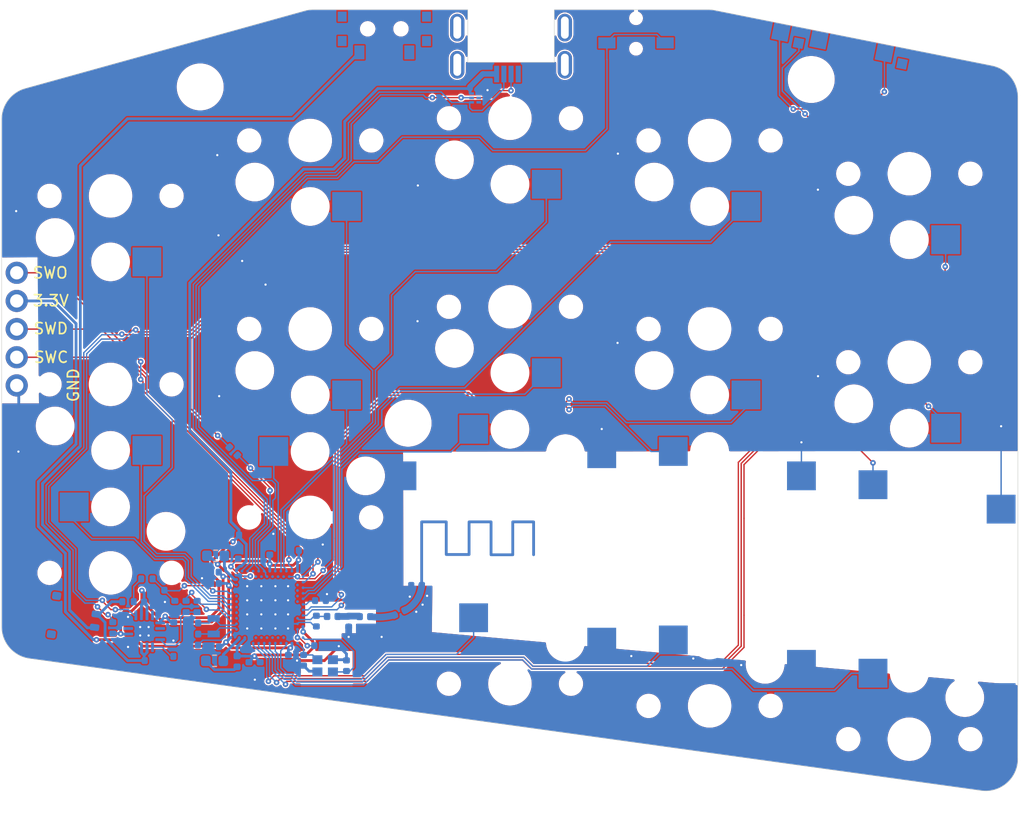
<source format=kicad_pcb>
(kicad_pcb (version 20211014) (generator pcbnew)
  (title_block (title "Borne Keyboard") (date "2022-05-31") (rev "V1 Left") (company "Ergin") (comment 1 "Gabriel Hansson"))
  (layers (0 "F.Cu" mixed) (31 "B.Cu" mixed) (34 "B.Paste" user) (35 "F.Paste" user) (36 "B.SilkS" user "B.Silkscreen") (37 "F.SilkS" user "F.Silkscreen") (38 "B.Mask" user) (39 "F.Mask" user) (44 "Edge.Cuts" user))
  (net 0 "")
  (net 1 "Net-(AE1-Pad1)")
  (net 2 "V_DD")
  (net 3 "V_DDH")
  (net 4 "Net-(C8-Pad1)")
  (net 5 "Net-(C9-Pad1)")
  (net 6 "Net-(C11-Pad2)")
  (net 7 "VSS_PA")
  (net 8 "Net-(C14-Pad2)")
  (net 9 "VBUS")
  (net 10 "Net-(C17-Pad2)")
  (net 11 "Net-(C19-Pad2)")
  (net 12 "Net-(C20-Pad2)")
  (net 13 "BAT_VOLT")
  (net 14 "VBAT")
  (net 15 "BLUE_LED")
  (net 16 "Net-(R6-Pad1)")
  (net 17 "Net-(L3-Pad2)")
  (net 18 "Net-(L4-Pad2)")
  (net 19 "P_Charge_Speed_Control_1")
  (net 20 "Net-(R2-Pad2)")
  (net 21 "P_Charge_Speed_Control_2")
  (net 22 "Net-(L2-Pad2)")
  (net 23 "Net-(R10-Pad1)")
  (net 24 "RESET")
  (net 26 "Net-(TP1-Pad1)")
  (net 27 "Net-(TP2-Pad1)")
  (net 28 "Net-(TP3-Pad1)")
  (net 29 "K0")
  (net 30 "K1")
  (net 31 "K2")
  (net 32 "K3")
  (net 33 "K4")
  (net 34 "K5")
  (net 35 "K6")
  (net 36 "K7")
  (net 37 "K8")
  (net 38 "K9")
  (net 39 "K12")
  (net 40 "K11")
  (net 41 "K17")
  (net 46 "K10")
  (net 56 "K16")
  (net 58 "K15")
  (net 60 "K14")
  (net 62 "K13")
  (net 73 "Net-(C2-Pad1)")
  (net 75 "Net-(C5-Pad2)")
  (net 77 "Net-(C7-Pad1)")
  (net 78 "Net-(C12-Pad1)")
  (net 79 "Net-(D1-Pad3)")
  (net 80 "Net-(D2-Pad2)")
  (net 81 "Net-(D2-Pad3)")
  (net 85 "Net-(J1-Pad2)")
  (net 86 "GND")
  (net 88 "Net-(J1-Pad3)")
  (net 91 "Net-(J2-Pad1)")
  (net 92 "Net-(C25-Pad2)")
  (footprint "lib:screw-hole" (layer "F.Cu") (at 101.26 68.85)
    (fp_text reference "H3" hide)
    (fp_text value "MountingHole" hide)
  )
  (footprint "lib:screw-hole" (layer "F.Cu") (at 100.92 116.85)
    (fp_text reference "H1" hide)
    (fp_text value "MountingHole" hide)
  )
  (footprint "lib:2.4GHz-meander-antenna-left" (layer "F.Cu") (at 66.1416 114.4778 180)
    (fp_text reference "AE1" hide)
    (fp_text value "Antenna" hide)
  )
  (footprint "lib:screw-hole" (layer "F.Cu") (at 64.92 99.85)
    (fp_text reference "H5" hide)
    (fp_text value "MountingHole" hide)
  )
  (footprint "lib:screw-hole" (layer "F.Cu") (at 46.18 69.52)
    (fp_text reference "H2" hide)
    (fp_text value "MountingHole" hide)
  )
  (footprint "lib:Kailh_socket_PG1350" (layer "B.Cu") (at 56.09 108.35)
    (fp_text reference "U13" hide)
    (fp_text value "Hot-swap_socket_-_PG151101S11" hide)
  )
  (footprint "lib:TestPoint_THTPad_2.5x2.5mm_Drill1.2mm" (layer "B.Cu") (at 29.6418 96.4438 -90)
    (fp_text reference "TP5" hide)
    (fp_text value "GND")
  )
  (footprint "lib:C_0402_1005Metric" (layer "B.Cu") (at 59.3636 121.7234 90)
    (fp_text reference "C8" hide)
    (fp_text value "15pF" hide)
  )
  (footprint "lib:C_0402_1005Metric" (layer "B.Cu") (at 47.371 113.284)
    (fp_text reference "C3" hide)
    (fp_text value "4.7uF" hide)
  )
  (footprint "lib:C_0402_1005Metric" (layer "B.Cu") (at 41.6052 115.9764 180)
    (fp_text reference "C24" hide)
    (fp_text value "4.7uF" hide)
  )
  (footprint "lib:Crystal_SMD_2016-4Pin_2.0x1.6mm" (layer "B.Cu") (at 57.4436 121.7334 180)
    (fp_text reference "Y1" hide)
    (fp_text value "32MHz" hide)
  )
  (footprint "lib:C_0402_1005Metric" (layer "B.Cu") (at 51.5874 121.8946 90)
    (fp_text reference "C18" hide)
    (fp_text value "47nF" hide)
  )
  (footprint "lib:Crystal_SMD_2012-2Pin_2.0x1.2mm" (layer "B.Cu") (at 47.3964 118.1608 90)
    (fp_text reference "Y2" hide)
    (fp_text value "32.768 kHz" hide)
  )
  (footprint "lib:Kailh_socket_PG1350" (layer "B.Cu") (at 74.1 123.35)
    (fp_text reference "U18" hide)
    (fp_text value "Hot-swap_socket_-_PG151101S11" hide)
  )
  (footprint "lib:MICRO-USB-SMD_U-C-M5DD-W-1" (layer "B.Cu") (at 74.2 66.265 90)
    (fp_text reference "J1" hide)
    (fp_text value "USB_B_Micro" hide)
    (fp_line (start -1.035 3.9) (end -1.035 -3.9) (layer "Edge.Cuts") (width 0.05))
    (fp_line (start -1.035 3.9) (end 3.715 3.9) (layer "Edge.Cuts") (width 0.05))
    (fp_line (start -1.035 -3.9) (end 3.715 -3.9) (layer "Edge.Cuts") (width 0.05))
  )
  (footprint "lib:Kailh_socket_PG1350" (layer "B.Cu") (at 74.1 106.35)
    (fp_text reference "U14" hide)
    (fp_text value "Hot-swap_socket_-_PG151101S11" hide)
  )
  (footprint "lib:Kailh_socket_PG1350" (layer "B.Cu") (at 92.1 91.35 180)
    (fp_text reference "U9" hide)
    (fp_text value "Hot-swap_socket_-_PG151101S11" hide)
  )
  (footprint "lib:C_0402_1005Metric" (layer "B.Cu") (at 49.1998 109.9312 180)
    (fp_text reference "C16" hide)
    (fp_text value "4.7uF" hide)
  )
  (footprint "lib:TestPoint_THTPad_2.5x2.5mm_Drill1.2mm" (layer "B.Cu") (at 29.6418 88.8238 -90)
    (fp_text reference "TP4" hide)
    (fp_text value "3.3V")
  )
  (footprint "lib:C_0402_1005Metric" (layer "B.Cu") (at 57.02 115.85)
    (fp_text reference "C7" hide)
    (fp_text value "1nF" hide)
  )
  (footprint "lib:Kailh_socket_PG1350" (layer "B.Cu") (at 38.1 113.35)
    (fp_text reference "U12" hide)
    (fp_text value "Hot-swap_socket_-_PG151101S11" hide)
  )
  (footprint "lib:SK3296S01L3" (layer "B.Cu") (at 62.778 64.655 180)
    (fp_text reference "SW2" hide)
    (fp_text value "SW_ON/OFF" hide)
  )
  (footprint "lib:Kailh_socket_PG1350" (layer "B.Cu") (at 110.1 111.35)
    (fp_text reference "U16" hide)
    (fp_text value "Hot-swap_socket_-_PG151101S11" hide)
  )
  (footprint "lib:R_0402_1005Metric" (layer "B.Cu") (at 44.2722 120.8786)
    (fp_text reference "R10" hide)
    (fp_text value "10k" hide)
  )
  (footprint "lib:R_0402_1005Metric" (layer "B.Cu") (at 45.8978 116.3828 -90)
    (fp_text reference "R3" hide)
    (fp_text value "3.9k" hide)
  )
  (footprint "lib:ESDR0502NMUTAG" (layer "B.Cu") (at 70.9676 70.5104 180)
    (fp_text reference "U20" hide)
    (fp_text value "UDFN6-6_1.2x1.0mm_P0.4mm" hide)
  )
  (footprint "lib:Molex_Pico-EZmate_78171-0002_1x02-1MP_P1.20mm_Vertical" (layer "B.Cu") (at 34.881556 117.413919 82.1)
    (fp_text reference "J2" hide)
    (fp_text value "Battery Connector" hide)
  )
  (footprint "lib:R_0402_1005Metric" (layer "B.Cu") (at 64.1604 116.9416 25)
    (fp_text reference "R1" hide)
    (fp_text value "0R" hide)
  )
  (footprint "lib:C_0402_1005Metric" (layer "B.Cu") (at 42.4688 114.9096)
    (fp_text reference "C21" hide)
    (fp_text value "10nF" hide)
  )
  (footprint "Inductor_SMD:L_0402_1005Metric" (layer "B.Cu") (at 61.0362 117.2972)
    (fp_text reference "L5" hide)
    (fp_text value "2.2nH" hide)
  )
  (footprint "lib:C_0402_1005Metric" (layer "B.Cu") (at 41.656 121.2596 180)
    (fp_text reference "C23" hide)
    (fp_text value "4.7uF" hide)
  )
  (footprint "Inductor_SMD:L_0402_1005Metric" (layer "B.Cu") (at 49.5046 121.3382 -90)
    (fp_text reference "L2" hide)
    (fp_text value "15nH" hide)
  )
  (footprint "lib:C_0402_1005Metric" (layer "B.Cu") (at 55.5498 111.3282 180)
    (fp_text reference "C13" hide)
    (fp_text value "100nF" hide)
  )
  (footprint "Inductor_SMD:L_0402_1005Metric" (layer "B.Cu") (at 58.1 117.28 180)
    (fp_text reference "L1" hide)
    (fp_text value "4.7nH" hide)
  )
  (footprint "lib:C_0402_1005Metric" (layer "B.Cu") (at 47.3964 120.015)
    (fp_text reference "C4" hide)
    (fp_text value "1uF" hide)
  )
  (footprint "lib:C_0402_1005Metric" (layer "B.Cu") (at 47.371 114.3)
    (fp_text reference "C1" hide)
    (fp_text value "4.7uF" hide)
  )
  (footprint "lib:Kailh_socket_PG1350" (layer "B.Cu") (at 110.1 77.35 180)
    (fp_text reference "U5" hide)
    (fp_text value "Hot-swap_socket_-_PG151101S11" hide)
  )
  (footprint "lib:Kailh_socket_PG1350" (layer "B.Cu") (at 110.1 128.35)
    (fp_text reference "U19" hide)
    (fp_text value "Hot-swap_socket_-_PG151101S11" hide)
  )
  (footprint "lib:Kailh_socket_PG1350" (layer "B.Cu") (at 92.1 125.35)
    (fp_text reference "U17" hide)
    (fp_text value "Hot-swap_socket_-_PG151101S11" hide)
  )
  (footprint "lib:R_0402_1005Metric" (layer "B.Cu") (at 39.6748 115.951)
    (fp_text reference "R7" hide)
    (fp_text value "2M" hide)
  )
  (footprint "lib:C_0402_1005Metric" (layer "B.Cu") (at 55.499 121.2342 -90)
    (fp_text reference "C9" hide)
    (fp_text value "15pF" hide)
  )
  (footprint "lib:C_0402_1005Metric" (layer "B.Cu") (at 45.5168 117.8814)
    (fp_text reference "C20" hide)
    (fp_text value "15pF" hide)
  )
  (footprint "lib:C_0402_1005Metric" (layer "B.Cu") (at 54.1274 121.2342 90)
    (fp_text reference "C10" hide)
    (fp_text value "100nF" hide)
  )
  (footprint "lib:C_0402_1005Metric" (layer "B.Cu") (at 56.9468 119.9134 180)
    (fp_text reference "C5" hide)
    (fp_text value "100pF" hide)
  )
  (footprint "lib:C_0402_1005Metric" (layer "B.Cu") (at 49.6062 111.5822 90)
    (fp_text reference "C12" hide)
    (fp_text value "4.7uF" hide)
  )
  (footprint "lib:C_0402_1005Metric" (layer "B.Cu") (at 62.5348 117.8306 90)
    (fp_text reference "C25" hide)
    (fp_text value "N.C" hide)
  )
  (footprint "Inductor_SMD:L_0603_1608Metric" (layer "B.Cu") (at 47.4726 121.285)
    (fp_text reference "L3" hide)
    (fp_text value "10uH" hide)
  )
  (footprint "lib:Panasonic_EVQPUL_EVQPUC" (layer "B.Cu") (at 85.465225 64.7 180)
    (fp_text reference "SW1" hide)
    (fp_text value "SW_Reset" hide)
  )
  (footprint "lib:Kailh_socket_PG1350" (layer "B.Cu") (at 74.1 89.35 180)
    (fp_text reference "U8" hide)
    (fp_text value "Hot-swap_socket_-_PG151101S11" hide)
  )
  (footprint "lib:TestPoint_THTPad_2.5x2.5mm_Drill1.2mm" (layer "B.Cu") (at 29.6418 93.9038 -90)
    (fp_text reference "TP1" hide)
    (fp_text value "SWC")
  )
  (footprint "lib:R_0402_1005Metric" (layer "B.Cu") (at 41.3766 113.8936)
    (fp_text reference "R6" hide)
    (fp_text value "2M" hide)
  )
  (footprint "lib:C_0402_1005Metric" (layer "B.Cu") (at 50.5714 121.8946 90)
    (fp_text reference "C17" hide)
    (fp_text value "1uF" hide)
  )
  (footprint "lib:C_0402_1005Metric" (layer "B.Cu") (at 45.4914 119.8626 180)
    (fp_text reference "C2" hide)
    (fp_text value "100nF" hide)
  )
  (footprint "lib:Kailh_socket_PG1350" (layer "B.Cu") (at 110.1 94.3496 180)
    (fp_text reference "U10" hide)
    (fp_text value "Hot-swap_socket_-_PG151101S11" hide)
  )
  (footprint "lib:C_0402_1005Metric" (layer "B.Cu") (at 52.451 111.2266 -90)
    (fp_text reference "C15" hide)
    (fp_text value "100nF" hide)
  )
  (footprint "lib:Kailh_socket_PG1350" (layer "B.Cu") (at 56.1 91.35 180)
    (fp_text reference "U7" hide)
    (fp_text value "Hot-swap_socket_-_PG151101S11" hide)
  )
  (footprint "lib:VQFN-16-1EP_3x3mm_P0.5mm_EP1.6x1.6mm" (layer "B.Cu") (at 41.131 118.618 90)
    (fp_text reference "U21" hide)
    (fp_text value "BQ24075RGT" hide)
  )
  (footprint "lib:Kailh_socket_PG1350" (layer "B.Cu") (at 38.1 79.35 180)
    (fp_text reference "U1" hide)
    (fp_text value "Hot-swap_socket_-_PG151101S11" hide)
  )
  (footprint "lib:Nordic_AQFN-73-1EP_7x7mm_P0.5mm" (layer "B.Cu") (at 52.2 116.442)
    (fp_text reference "U11" hide)
    (fp_text value "nRF52840" hide)
  )
  (footprint "lib:C_0402_1005Metric" (layer "B.Cu") (at 65.6844 114.4778)
    (fp_text reference "C6" hide)
    (fp_text value "1.5pF" hide)
  )
  (footprint "lib:TestPoint_THTPad_2.5x2.5mm_Drill1.2mm" (layer "B.Cu") (at 29.6418 86.2838 -90)
    (fp_text reference "TP3" hide)
    (fp_text value "SWO")
  )
  (footprint "lib:R_0402_1005Metric" (layer "B.Cu") (at 38.3032 118.3132 -90)
    (fp_text reference "R11" hide)
    (fp_text value "10k" hide)
  )
  (footprint "lib:LED-ARRAY-SMD_3P-L3.0-W2.0-L-FD" (layer "B.Cu") (at 109.51 67.12 168.6)
    (fp_text reference "D1" hide)
    (fp_text value "LED_Dual_KKA" hide)
  )
  (footprint "lib:LED-ARRAY-SMD_3P-L3.0-W2.0-L-FD" (layer "B.Cu") (at 100.175564 65.248714 168.6)
    (fp_text reference "D2" hide)
    (fp_text value "LED_Dual_KKA" hide)
  )
  (footprint "lib:Kailh_socket_PG1350" (layer "B.Cu") (at 38.1 96.35 180)
    (fp_text reference "U6" hide)
    (fp_text value "Hot-swap_socket_-_PG151101S11" hide)
  )
  (footprint "lib:net-tie-2-tiny" (layer "B.Cu") (at 54.7 117.94025 180)
    (fp_text reference "NT1" hide)
    (fp_text value "NetTie_2" hide)
  )
  (footprint "Inductor_SMD:L_0603_1608Metric" (layer "B.Cu") (at 47.5741 111.8108)
    (fp_text reference "L4" hide)
    (fp_text value "10uH" hide)
  )
  (footprint "lib:R_0402_1005Metric" (layer "B.Cu") (at 43.8912 116.3828 -90)
    (fp_text reference "R5" hide)
    (fp_text value "10M" hide)
  )
  (footprint "lib:C_0402_1005Metric" (layer "B.Cu") (at 45.5168 118.872)
    (fp_text reference "C19" hide)
    (fp_text value "15pF" hide)
  )
  (footprint "lib:C_0402_1005Metric" (layer "B.Cu") (at 56.65 117.7 90)
    (fp_text reference "C14" hide)
    (fp_text value "1.0pF" hide)
  )
  (footprint "lib:Kailh_socket_PG1350" (layer "B.Cu") (at 56.1 74.35 180)
    (fp_text reference "U2" hide)
    (fp_text value "Hot-swap_socket_-_PG151101S11" hide)
  )
  (footprint "lib:Kailh_socket_PG1350" (layer "B.Cu") (at 92.1 74.35 180)
    (fp_text reference "U4" hide)
    (fp_text value "Hot-swap_socket_-_PG151101S11" hide)
  )
  (footprint "lib:R_0402_1005Metric" (layer "B.Cu") (at 49.169376 102.382376 -45)
    (fp_text reference "R4" hide)
    (fp_text value "1.5k" hide)
  )
  (footprint "lib:Kailh_socket_PG1350" (layer "B.Cu") (at 92.1 108.35)
    (fp_text reference "U15" hide)
    (fp_text value "Hot-swap_socket_-_PG151101S11" hide)
  )
  (footprint "lib:Kailh_socket_PG1350" (layer "B.Cu") (at 74.1 72.35 180)
    (fp_text reference "U3" hide)
    (fp_text value "Hot-swap_socket_-_PG151101S11" hide)
  )
  (footprint "lib:C_0402_1005Metric" (layer "B.Cu") (at 43.8 118.3 -90)
    (fp_text reference "C22" hide)
    (fp_text value "1uF" hide)
  )
  (footprint "lib:C_0402_1005Metric" (layer "B.Cu") (at 59.563 117.729 90)
    (fp_text reference "C11" hide)
    (fp_text value "1.2pF" hide)
  )
  (footprint "lib:R_0402_1005Metric" (layer "B.Cu") (at 44.9072 116.3828 -90)
    (fp_text reference "R2" hide)
    (fp_text value "10k" hide)
  )
  (footprint "lib:TestPoint_THTPad_2.5x2.5mm_Drill1.2mm" (layer "B.Cu") (at 29.6418 91.3638 -90)
    (fp_text reference "TP2" hide)
    (fp_text value "SWD")
  )
  (gr_line locked (start 87.127691 62.549929) (end 84.027691 62.549929) (layer "Edge.Cuts") (width 0.05))
  (gr_line locked (start 61.527691 62.549929) (end 56.386172 62.549929) (layer "Edge.Cuts") (width 0.05))
  (gr_line locked (start 70.3 62.55) (end 64.327691 62.549929) (layer "Edge.Cuts") (width 0.05))
  (gr_line locked (start 119.886172 130.115942) (end 119.886172 70.449929) (layer "Edge.Cuts") (width 0.05))
  (gr_line locked (start 84.027691 62.549929) (end 78.1 62.55) (layer "Edge.Cuts") (width 0.05))
  (gr_line locked (start 108.234945 65.743516) (end 101.85717 64.468826) (layer "Edge.Cuts") (width 0.05))
  (gr_arc locked (start 55.610005 62.655727) (mid 55.9945 62.5765) (end 56.386172 62.549929) (layer "Edge.Cuts") (width 0.05))
  (gr_line locked (start 111.176763 66.331481) (end 108.234945 65.743516) (layer "Edge.Cuts") (width 0.05))
  (gr_arc locked (start 119.886172 130.115942) (mid 118.890462 132.302995) (end 116.587224 132.988369) (layer "Edge.Cuts") (width 0.05))
  (gr_arc locked (start 117.554538 67.606171) (mid 119.228758 68.611213) (end 119.886172 70.449929) (layer "Edge.Cuts") (width 0.05))
  (gr_line locked (start 55.610005 62.655727) (end 30.410005 69.655727) (layer "Edge.Cuts") (width 0.05))
  (gr_line locked (start 116.587224 132.988369) (end 30.787224 121.071703) (layer "Edge.Cuts") (width 0.05))
  (gr_arc locked (start 28.286172 72.449929) (mid 28.877397 70.695062) (end 30.410005 69.655727) (layer "Edge.Cuts") (width 0.05))
  (gr_line locked (start 91.96921 62.549929) (end 87.127691 62.549929) (layer "Edge.Cuts") (width 0.05))
  (gr_arc locked (start 91.96921 62.549929) (mid 92.25478 62.564028) (end 92.537576 62.606171) (layer "Edge.Cuts") (width 0.05))
  (gr_arc locked (start 30.787224 121.071703) (mid 28.999005 120.103664) (end 28.286172 118.199275) (layer "Edge.Cuts") (width 0.05))
  (gr_line locked (start 98.915351 63.880861) (end 92.537576 62.606171) (layer "Edge.Cuts") (width 0.05))
  (gr_line locked (start 101.85717 64.468826) (end 98.915351 63.880861) (layer "Edge.Cuts") (width 0.05))
  (gr_line locked (start 64.327691 62.549929) (end 61.527691 62.549929) (layer "Edge.Cuts") (width 0.05))
  (gr_line locked (start 117.554538 67.606171) (end 111.176763 66.331481) (layer "Edge.Cuts") (width 0.05))
  (gr_line locked (start 28.286172 72.449929) (end 28.286172 118.199275) (layer "Edge.Cuts") (width 0.05))
  (arc locked (start 66.140365 114.47234) (mid 65.687831 115.801056) (end 64.643 116.7384) (width 0.606951) (layer "B.Cu") (net 1))
  (segment locked (start 48.42702 113.15) (end 48.749 113.47198) (width 0.254) (layer "F.Cu") (net 2))
  (segment locked (start 48.749 113.47198) (end 48.749 114.491) (width 0.254) (layer "F.Cu") (net 2))
  (segment locked (start 48.749 114.491) (end 48.749 119.353866) (width 0.254) (layer "F.Cu") (net 2))
  (segment locked (start 48.42702 113.15) (end 48.3292 113.15) (width 0.254) (layer "F.Cu") (net 2))
  (segment locked (start 40.965711 119.959711) (end 40.386 119.38) (width 0.254) (layer "F.Cu") (net 2))
  (segment locked (start 48.143155 119.959711) (end 40.965711 119.959711) (width 0.254) (layer "F.Cu") (net 2))
  (segment locked (start 48.043471 112.281329) (end 52.184929 112.281329) (width 0.254) (layer "F.Cu") (net 2))
  (segment locked (start 48.504133 119.598733) (end 48.143155 119.959711) (width 0.254) (layer "F.Cu") (net 2))
  (segment locked (start 54.313331 120.116951) (end 49.022351 120.116951) (width 0.254) (layer "F.Cu") (net 2))
  (segment locked (start 40.386 119.38) (end 36.83 119.38) (width 0.254) (layer "F.Cu") (net 2))
  (segment locked (start 52.573511 112.669911) (end 52.451 112.5474) (width 0.254) (layer "F.Cu") (net 2))
  (segment locked (start 47.752 112.5728) (end 48.043471 112.281329) (width 0.254) (layer "F.Cu") (net 2))
  (segment locked (start 48.3292 113.15) (end 47.752 112.5728) (width 0.254) (layer "F.Cu") (net 2))
  (segment locked (start 54.563689 112.669911) (end 52.573511 112.669911) (width 0.254) (layer "F.Cu") (net 2))
  (segment locked (start 55.0418 112.1918) (end 54.563689 112.669911) (width 0.254) (layer "F.Cu") (net 2))
  (segment locked (start 48.749 119.353866) (end 48.504133 119.598733) (width 0.254) (layer "F.Cu") (net 2))
  (segment locked (start 52.184929 112.281329) (end 52.451 112.5474) (width 0.254) (layer "F.Cu") (net 2))
  (segment locked (start 49.022351 120.116951) (end 48.504133 119.598733) (width 0.254) (layer "F.Cu") (net 2))
  (via locked (at 55.0418 112.1918) (size 0.5) (drill 0.2) (layers "F.Cu" "B.Cu") (net 2))
  (via locked (at 54.313331 120.116951) (size 0.5) (drill 0.2) (layers "F.Cu" "B.Cu") (net 2))
  (via locked (at 47.752 112.5728) (size 0.5) (drill 0.2) (layers "F.Cu" "B.Cu") (net 2))
  (via locked (at 36.83 119.38) (size 0.5) (drill 0.2) (layers "F.Cu" "B.Cu") (net 2))
  (via locked (at 48.749 114.491) (size 0.5) (drill 0.2) (layers "F.Cu" "B.Cu") (net 2))
  (via locked (at 48.504133 119.598733) (size 0.5) (drill 0.2) (layers "F.Cu" "B.Cu") (net 2))
  (via locked (at 52.451 112.5474) (size 0.5) (drill 0.2) (layers "F.Cu" "B.Cu") (net 2))
  (segment locked (start 48.910866 119.192) (end 48.504133 119.598733) (width 0.254) (layer "B.Cu") (net 2))
  (segment locked (start 54.45 119.692) (end 54.45 119.9464) (width 0.254) (layer "B.Cu") (net 2))
  (segment locked (start 34.02474 116.80046) (end 34.024741 116.858877) (width 0.254) (layer "B.Cu") (net 2))
  (segment locked (start 48.95 119.192) (end 48.910866 119.192) (width 0.254) (layer "B.Cu") (net 2))
  (segment locked (start 31.586342 109.156744) (end 34.02474 111.595142) (width 0.254) (layer "B.Cu") (net 2))
  (segment locked (start 54.1274 120.269) (end 54.1274 120.7542) (width 0.254) (layer "B.Cu") (net 2))
  (segment locked (start 46.99 111.8108) (end 47.752 112.5728) (width 0.254) (layer "B.Cu") (net 2))
  (segment locked (start 34.98946 101.734004) (end 31.586342 105.137122) (width 0.254) (layer "B.Cu") (net 2))
  (segment locked (start 55.0698 111.3282) (end 55.0698 112.1638) (width 0.254) (layer "B.Cu") (net 2))
  (segment locked (start 48.558 114.3) (end 47.851 114.3) (width 0.254) (layer "B.Cu") (net 2))
  (segment locked (start 48.95 114.692) (end 48.749 114.491) (width 0.254) (layer "B.Cu") (net 2))
  (segment locked (start 48.087866 120.015) (end 48.504133 119.598733) (width 0.254) (layer "B.Cu") (net 2))
  (segment locked (start 36.545864 119.38) (end 36.83 119.38) (width 0.254) (layer "B.Cu") (net 2))
  (segment locked (start 34.024741 116.858877) (end 34.338432 117.172568) (width 0.254) (layer "B.Cu") (net 2))
  (segment locked (start 31.586342 105.137122) (end 31.586342 109.156744) (width 0.254) (layer "B.Cu") (net 2))
  (segment locked (start 47.8764 120.015) (end 48.087866 120.015) (width 0.254) (layer "B.Cu") (net 2))
  (segment locked (start 32.9438 88.8238) (end 34.98946 90.86946) (width 0.254) (layer "B.Cu") (net 2))
  (segment locked (start 34.338432 117.172568) (end 35.847997 118.682133) (width 0.254) (layer "B.Cu") (net 2))
  (segment locked (start 54.95 112.2836) (end 55.0418 112.1918) (width 0.254) (layer "B.Cu") (net 2))
  (segment locked (start 54.95 113.192) (end 54.95 112.2836) (width 0.254) (layer "B.Cu") (net 2))
  (segment locked (start 54.45 119.9464) (end 54.1274 120.269) (width 0.254) (layer "B.Cu") (net 2))
  (segment locked (start 34.98946 90.86946) (end 34.98946 101.734004) (width 0.254) (layer "B.Cu") (net 2))
  (segment locked (start 55.0698 112.1638) (end 55.0418 112.1918) (width 0.254) (layer "B.Cu") (net 2))
  (segment locked (start 52.45 112.7) (end 52.45 113.192) (width 0.254) (layer "B.Cu") (net 2))
  (segment locked (start 52.451 111.7066) (end 52.451 112.5474) (width 0.254) (layer "B.Cu") (net 2))
  (segment locked (start 34.02474 111.595142) (end 34.02474 116.80046) (width 0.254) (layer "B.Cu") (net 2))
  (segment locked (start 48.749 114.491) (end 48.558 114.3) (width 0.254) (layer "B.Cu") (net 2))
  (segment locked (start 35.847997 118.682133) (end 36.545864 119.38) (width 0.254) (layer "B.Cu") (net 2))
  (segment locked (start 29.6418 88.8238) (end 32.9438 88.8238) (width 0.254) (layer "B.Cu") (net 2))
  (segment locked (start 39.0144 118.8466) (end 39.0144 117.1448) (width 0.254) (layer "F.Cu") (net 3))
  (segment locked (start 47.217481 117.775311) (end 48.2455 116.747292) (width 0.254) (layer "F.Cu") (net 3))
  (segment locked (start 39.0144 117.1448) (end 39.340111 116.819089) (width 0.254) (layer "F.Cu") (net 3))
  (segment locked (start 39.340111 116.819089) (end 39.975995 116.819089) (width 0.254) (layer "F.Cu") (net 3))
  (segment locked (start 42.819027 117.775311) (end 47.217481 117.775311) (width 0.254) (layer "F.Cu") (net 3))
  (segment locked (start 48.2455 116.747292) (end 48.2455 113.680553) (width 0.254) (layer "F.Cu") (net 3))
  (segment locked (start 39.975995 116.819089) (end 40.9194 115.875684) (width 0.254) (layer "F.Cu") (net 3))
  (segment locked (start 40.9194 114.935) (end 40.9194 115.875684) (width 0.254) (layer "F.Cu") (net 3))
  (segment locked (start 40.9194 115.875684) (end 42.819027 117.775311) (width 0.254) (layer "F.Cu") (net 3))
  (via locked (at 40.9194 114.935) (size 0.5) (drill 0.2) (layers "F.Cu" "B.Cu") (net 3))
  (via locked (at 48.2455 113.680553) (size 0.5) (drill 0.2) (layers "F.Cu" "B.Cu") (net 3))
  (via locked (at 39.0144 118.8466) (size 0.5) (drill 0.2) (layers "F.Cu" "B.Cu") (net 3))
  (segment locked (start 49.45 114.442) (end 49.322271 114.442) (width 0.127) (layer "B.Cu") (net 3))
  (segment locked (start 41.1252 115.1408) (end 40.9194 114.935) (width 0.254) (layer "B.Cu") (net 3))
  (segment locked (start 47.851 113.286053) (end 48.2455 113.680553) (width 0.254) (layer "B.Cu") (net 3))
  (segment locked (start 40.881 116.2206) (end 41.1252 115.9764) (width 0.254) (layer "B.Cu") (net 3))
  (segment locked (start 38.991 118.8232) (end 39.0144 118.8466) (width 0.254) (layer "B.Cu") (net 3))
  (segment locked (start 39.205843 118.868) (end 39.0358 118.868) (width 0.254) (layer "B.Cu") (net 3))
  (segment locked (start 39.0358 118.868) (end 39.0144 118.8466) (width 0.254) (layer "B.Cu") (net 3))
  (segment locked (start 49.322271 114.442) (end 48.560824 113.680553) (width 0.127) (layer "B.Cu") (net 3))
  (segment locked (start 41.381 117.1805) (end 41.381 116.2322) (width 0.254) (layer "B.Cu") (net 3))
  (segment locked (start 41.1252 115.537) (end 41.1252 115.1408) (width 0.254) (layer "B.Cu") (net 3))
  (segment locked (start 48.560824 113.680553) (end 48.2455 113.680553) (width 0.127) (layer "B.Cu") (net 3))
  (segment locked (start 41.1252 115.9764) (end 41.1252 115.537) (width 0.254) (layer "B.Cu") (net 3))
  (segment locked (start 47.851 113.284) (end 47.851 113.286053) (width 0.254) (layer "B.Cu") (net 3))
  (segment locked (start 40.881 117.1805) (end 40.881 116.2206) (width 0.254) (layer "B.Cu") (net 3))
  (segment locked (start 38.3032 118.8232) (end 38.991 118.8232) (width 0.254) (layer "B.Cu") (net 3))
  (segment locked (start 41.381 116.2322) (end 41.1252 115.9764) (width 0.254) (layer "B.Cu") (net 3))
  (segment locked (start 39.6935 118.868) (end 39.205843 118.868) (width 0.254) (layer "B.Cu") (net 3))
  (segment locked (start 59.2836 122.2834) (end 59.3636 122.2034) (width 0.127) (layer "B.Cu") (net 4))
  (segment locked (start 59.686 122.2034) (end 59.9821 121.9073) (width 0.127) (layer "B.Cu") (net 4))
  (segment locked (start 60.0202 121.8692) (end 59.9821 121.9073) (width 0.127) (layer "B.Cu") (net 4))
  (segment locked (start 59.3636 122.2034) (end 59.686 122.2034) (width 0.127) (layer "B.Cu") (net 4))
  (segment locked (start 55.59838 119.34038) (end 58.91378 119.34038) (width 0.127) (layer "B.Cu") (net 4))
  (segment locked (start 60.0202 120.4468) (end 60.0202 121.8692) (width 0.127) (layer "B.Cu") (net 4))
  (segment locked (start 58.1436 122.2834) (end 59.2836 122.2834) (width 0.127) (layer "B.Cu") (net 4))
  (segment locked (start 55.45 119.192) (end 55.59838 119.34038) (width 0.127) (layer "B.Cu") (net 4))
  (segment locked (start 58.91378 119.34038) (end 60.0202 120.4468) (width 0.127) (layer "B.Cu") (net 4))
  (segment locked (start 55.499 120.7542) (end 55.499 120.241) (width 0.127) (layer "B.Cu") (net 5))
  (segment locked (start 55.499 120.241) (end 54.95 119.692) (width 0.127) (layer "B.Cu") (net 5))
  (segment locked (start 56.3144 120.7542) (end 56.7436 121.1834) (width 0.127) (layer "B.Cu") (net 5))
  (segment locked (start 55.499 120.7542) (end 56.3144 120.7542) (width 0.127) (layer "B.Cu") (net 5))
  (segment locked (start 60.503 117.249) (end 60.5512 117.2972) (width 0.127) (layer "B.Cu") (net 6))
  (segment locked (start 58.585 117.28) (end 59.532 117.28) (width 0.606951) (layer "B.Cu") (net 6))
  (segment locked (start 59.563 117.249) (end 60.503 117.249) (width 0.606951) (layer "B.Cu") (net 6))
  (segment locked (start 59.532 117.28) (end 59.563 117.249) (width 0.127) (layer "B.Cu") (net 6))
  (segment locked (start 55.07148 117.82052) (end 54.95 117.942) (width 0.127) (layer "B.Cu") (net 7))
  (segment locked (start 55.07148 117.81877) (end 56.12852 117.81877) (width 0.127) (layer "B.Cu") (net 7))
  (segment locked (start 56.48975 118.18) (end 56.12852 117.81877) (width 0.127) (layer "B.Cu") (net 7))
  (segment locked (start 56.65 118.18) (end 56.48975 118.18) (width 0.127) (layer "B.Cu") (net 7))
  (segment locked (start 55.07148 117.81877) (end 55.07148 117.82052) (width 0.127) (layer "B.Cu") (net 7))
  (segment locked (start 56.47825 117.22) (end 56.133 117.56525) (width 0.127) (layer "B.Cu") (net 8))
  (segment locked (start 56.48 117.22) (end 56.47825 117.22) (width 0.127) (layer "B.Cu") (net 8))
  (segment locked (start 56.48 117.22) (end 56.65 117.22) (width 0.127) (layer "B.Cu") (net 8))
  (segment locked (start 56.71 117.28) (end 56.65 117.22) (width 0.127) (layer "B.Cu") (net 8))
  (segment locked (start 57.615 117.28) (end 56.71 117.28) (width 0.127) (layer "B.Cu") (net 8))
  (segment locked (start 55.075 117.56525) (end 56.133 117.56525) (width 0.127) (layer "B.Cu") (net 8))
  (segment locked (start 55.075 117.56525) (end 55.07325 117.56525) (width 0.127) (layer "B.Cu") (net 8))
  (segment locked (start 55.07325 117.56525) (end 54.95 117.442) (width 0.127) (layer "B.Cu") (net 8))
  (segment locked (start 47.86498 116.589676) (end 47.86498 114.10818) (width 0.254) (layer "F.Cu") (net 9))
  (segment locked (start 49.125567 110.544078) (end 48.967922 110.544078) (width 0.254) (layer "F.Cu") (net 9))
  (segment locked (start 47.248489 113.491689) (end 47.248489 112.263511) (width 0.254) (layer "F.Cu") (net 9))
  (segment locked (start 43.0276 117.271811) (end 43.15058 117.394791) (width 0.254) (layer "F.Cu") (net 9))
  (segment locked (start 47.86498 114.10818) (end 47.248489 113.491689) (width 0.254) (layer "F.Cu") (net 9))
  (segment locked (start 43.15058 117.394791) (end 47.059865 117.394791) (width 0.254) (layer "F.Cu") (net 9))
  (segment locked (start 48.967922 110.544078) (end 47.248489 112.263511) (width 0.254) (layer "F.Cu") (net 9))
  (segment locked (start 47.059865 117.394791) (end 47.86498 116.589676) (width 0.254) (layer "F.Cu") (net 9))
  (via locked (at 43.0276 117.271811) (size 0.5) (drill 0.2) (layers "F.Cu" "B.Cu") (net 9))
  (via locked (at 49.125567 110.544078) (size 0.5) (drill 0.2) (layers "F.Cu" "B.Cu") (net 9))
  (segment locked (start 49.45 113.192) (end 49.45 113.053466) (width 0.254) (layer "B.Cu") (net 9))
  (segment locked (start 59.2074 75.946) (end 59.2074 72.644) (width 0.254) (layer "B.Cu") (net 9))
  (segment locked (start 55.03006 77.40554) (end 55.499 76.9366) (width 0.254) (layer "B.Cu") (net 9))
  (segment locked (start 70.5 69.5) (end 70.5 69.664784) (width 0.5) (layer "B.Cu") (net 9))
  (segment locked (start 45.2374 100.5332) (end 45.2374 87.204134) (width 0.254) (layer "B.Cu") (net 9))
  (segment locked (start 55.03006 77.411474) (end 55.03006 77.40554) (width 0.254) (layer "B.Cu") (net 9))
  (segment locked (start 43.8 117.82) (end 43.575789 117.82) (width 0.254) (layer "B.Cu") (net 9))
  (segment locked (start 49.6798 109.4714) (end 49.6798 109.9312) (width 0.254) (layer "B.Cu") (net 9))
  (segment locked (start 59.2074 72.644) (end 62.184017 69.667383) (width 0.254) (layer "B.Cu") (net 9))
  (segment locked (start 49.904445 112.740489) (end 50.33058 112.314354) (width 0.254) (layer "B.Cu") (net 9))
  (segment locked (start 48.9458 108.7374) (end 48.9458 104.2416) (width 0.254) (layer "B.Cu") (net 9))
  (segment locked (start 70.5 69.664784) (end 70.502599 69.667383) (width 0.5) (layer "B.Cu") (net 9))
  (segment locked (start 70.502599 69.667383) (end 70.502599 70.053889) (width 0.254) (layer "B.Cu") (net 9))
  (segment locked (start 49.45 113.053466) (end 49.762977 112.740489) (width 0.254) (layer "B.Cu") (net 9))
  (segment locked (start 42.5685 117.868) (end 42.5685 117.730911) (width 0.254) (layer "B.Cu") (net 9))
  (segment locked (start 49.6798 109.9312) (end 49.6798 109.989845) (width 0.254) (layer "B.Cu") (net 9))
  (segment locked (start 71.710982 68.35) (end 71.65 68.35) (width 0.5) (layer "B.Cu") (net 9))
  (segment locked (start 58.2168 76.9366) (end 59.2074 75.946) (width 0.254) (layer "B.Cu") (net 9))
  (segment locked (start 48.9458 104.2416) (end 45.2374 100.5332) (width 0.254) (layer "B.Cu") (net 9))
  (segment locked (start 43.752 117.868) (end 43.8 117.82) (width 0.254) (layer "B.Cu") (net 9))
  (segment locked (start 55.499 76.9366) (end 58.2168 76.9366) (width 0.254) (layer "B.Cu") (net 9))
  (segment locked (start 48.9458 108.7374) (end 49.6798 109.4714) (width 0.254) (layer "B.Cu") (net 9))
  (segment locked (start 49.6798 109.991211) (end 49.6798 109.9312) (width 0.254) (layer "B.Cu") (net 9))
  (segment locked (start 72.8 68.35) (end 71.710982 68.35) (width 0.5) (layer "B.Cu") (net 9))
  (segment locked (start 49.6798 109.989845) (end 49.125567 110.544078) (width 0.254) (layer "B.Cu") (net 9))
  (segment locked (start 43.575789 117.82) (end 43.0276 117.271811) (width 0.254) (layer "B.Cu") (net 9))
  (segment locked (start 62.184017 69.667383) (end 70.502599 69.667383) (width 0.254) (layer "B.Cu") (net 9))
  (segment locked (start 71.65 68.35) (end 70.5 69.5) (width 0.5) (layer "B.Cu") (net 9))
  (segment locked (start 50.33058 112.314354) (end 50.33058 110.75718) (width 0.254) (layer "B.Cu") (net 9))
  (segment locked (start 49.6798 109.9312) (end 49.6798 110.1064) (width 0.254) (layer "B.Cu") (net 9))
  (segment locked (start 49.6798 110.1064) (end 50.33058 110.75718) (width 0.254) (layer "B.Cu") (net 9))
  (segment locked (start 42.5685 117.730911) (end 43.0276 117.271811) (width 0.254) (layer "B.Cu") (net 9))
  (segment locked (start 49.762977 112.740489) (end 49.904445 112.740489) (width 0.254) (layer "B.Cu") (net 9))
  (segment locked (start 45.2374 87.204134) (end 55.03006 77.411474) (width 0.254) (layer "B.Cu") (net 9))
  (segment locked (start 55.46 118.66) (end 56.333511 119.533511) (width 0.254) (layer "F.Cu") (net 10))
  (segment locked (start 55.705584 120.756489) (end 56.333511 120.128562) (width 0.254) (layer "F.Cu") (net 10))
  (segment locked (start 56.333511 119.533511) (end 56.333511 120.128562) (width 0.254) (layer "F.Cu") (net 10))
  (segment locked (start 51.173511 120.756489) (end 55.705584 120.756489) (width 0.254) (layer "F.Cu") (net 10))
  (segment locked (start 51.07 120.86) (end 51.173511 120.756489) (width 0.254) (layer "F.Cu") (net 10))
  (via locked (at 55.46 118.66) (size 0.5) (drill 0.2) (layers "F.Cu" "B.Cu") (net 10))
  (via locked (at 51.07 120.86) (size 0.5) (drill 0.2) (layers "F.Cu" "B.Cu") (net 10))
  (segment locked (start 49.5046 120.025934) (end 50.2 119.330534) (width 0.254) (layer "B.Cu") (net 10))
  (segment locked (start 50.5714 121.3586) (end 51.07 120.86) (width 0.254) (layer "B.Cu") (net 10))
  (segment locked (start 49.5046 120.8532) (end 49.5046 120.025934) (width 0.254) (layer "B.Cu") (net 10))
  (segment locked (start 50.5714 121.4146) (end 50.5714 121.3586) (width 0.254) (layer "B.Cu") (net 10))
  (segment locked (start 51.5874 121.3774) (end 51.07 120.86) (width 0.254) (layer "B.Cu") (net 10))
  (segment locked (start 51.5874 121.4146) (end 51.5874 121.3774) (width 0.254) (layer "B.Cu") (net 10))
  (segment locked (start 55.4482 118.1938) (end 55.45 118.192) (width 0.254) (layer "B.Cu") (net 10))
  (segment locked (start 50.2 119.330534) (end 50.2 119.193511) (width 0.254) (layer "B.Cu") (net 10))
  (segment locked (start 55.4482 118.1938) (end 55.4482 118.6482) (width 0.254) (layer "B.Cu") (net 10))
  (segment locked (start 50.2536 120.86) (end 51.07 120.86) (width 0.254) (layer "B.Cu") (net 10))
  (segment locked (start 50.6 121.386) (end 50.5714 121.4146) (width 0.254) (layer "B.Cu") (net 10))
  (segment locked (start 50.2468 120.8532) (end 50.2536 120.86) (width 0.254) (layer "B.Cu") (net 10))
  (segment locked (start 49.5046 120.8532) (end 50.2468 120.8532) (width 0.254) (layer "B.Cu") (net 10))
  (segment locked (start 47.93755 118.31965) (end 47.3964 118.8608) (width 0.127) (layer "B.Cu") (net 11))
  (segment locked (start 46.008 118.8608) (end 45.9968 118.872) (width 0.127) (layer "B.Cu") (net 11))
  (segment locked (start 47.3964 118.8608) (end 46.008 118.8608) (width 0.127) (layer "B.Cu") (net 11))
  (segment locked (start 49.325 118.31965) (end 47.9402 118.31965) (width 0.127) (layer "B.Cu") (net 11))
  (segment locked (start 49.44735 118.442) (end 49.325 118.31965) (width 0.127) (layer "B.Cu") (net 11))
  (segment locked (start 47.9402 118.31965) (end 47.93755 118.31965) (width 0.127) (layer "B.Cu") (net 11))
  (segment locked (start 49.45 118.442) (end 49.44735 118.442) (width 0.127) (layer "B.Cu") (net 11))
  (segment locked (start 47.99908 118.06438) (end 47.99908 118.06348) (width 0.127) (layer "B.Cu") (net 12))
  (segment locked (start 47.3964 117.4608) (end 46.9758 117.8814) (width 0.127) (layer "B.Cu") (net 12))
  (segment locked (start 46.9758 117.8814) (end 45.9968 117.8814) (width 0.127) (layer "B.Cu") (net 12))
  (segment locked (start 49.32852 118.06438) (end 47.99908 118.06438) (width 0.127) (layer "B.Cu") (net 12))
  (segment locked (start 49.45 117.942) (end 49.32852 118.06348) (width 0.127) (layer "B.Cu") (net 12))
  (segment locked (start 47.99908 118.06348) (end 47.3964 117.4608) (width 0.127) (layer "B.Cu") (net 12))
  (segment locked (start 46.842127 114.5032) (end 47.316527 114.9776) (width 0.127) (layer "F.Cu") (net 13))
  (segment locked (start 44.7548 114.5032) (end 46.842127 114.5032) (width 0.127) (layer "F.Cu") (net 13))
  (via locked (at 47.316527 114.9776) (size 0.5) (drill 0.2) (layers "F.Cu" "B.Cu") (net 13))
  (via locked (at 44.7548 114.5032) (size 0.5) (drill 0.2) (layers "F.Cu" "B.Cu") (net 13))
  (segment locked (start 42.9488 114.9304) (end 43.8912 115.8728) (width 0.127) (layer "B.Cu") (net 13))
  (segment locked (start 48.773224 115.192) (end 48.592424 115.0112) (width 0.127) (layer "B.Cu") (net 13))
  (segment locked (start 48.592424 115.0112) (end 47.5996 115.0112) (width 0.127) (layer "B.Cu") (net 13))
  (segment locked (start 48.95 115.192) (end 48.773224 115.192) (width 0.127) (layer "B.Cu") (net 13))
  (segment locked (start 47.5996 115.0112) (end 47.4726 115.0112) (width 0.127) (layer "B.Cu") (net 13))
  (segment locked (start 41.8612 113.822) (end 42.9488 114.9096) (width 0.127) (layer "B.Cu") (net 13))
  (segment locked (start 43.8404 114.9604) (end 42.9996 114.9604) (width 0.127) (layer "B.Cu") (net 13))
  (segment locked (start 42.9488 114.9096) (end 42.9488 114.9304) (width 0.127) (layer "B.Cu") (net 13))
  (segment locked (start 43.8404 114.9604) (end 44.2976 114.9604) (width 0.127) (layer "B.Cu") (net 13))
  (segment locked (start 47.350127 115.0112) (end 47.316527 114.9776) (width 0.127) (layer "B.Cu") (net 13))
  (segment locked (start 42.9996 114.9604) (end 42.9488 114.9096) (width 0.127) (layer "B.Cu") (net 13))
  (segment locked (start 47.5996 115.0112) (end 47.350127 115.0112) (width 0.127) (layer "B.Cu") (net 13))
  (segment locked (start 44.2976 114.9604) (end 44.7548 114.5032) (width 0.127) (layer "B.Cu") (net 13))
  (segment locked (start 38.204475 115.951) (end 37.042472 117.113003) (width 0.254) (layer "B.Cu") (net 14))
  (segment locked (start 41.398 120.51) (end 41.398 120.0555) (width 0.254) (layer "B.Cu") (net 14))
  (segment locked (start 37.60588 119.225567) (end 39.639913 121.2596) (width 0.254) (layer "B.Cu") (net 14))
  (segment locked (start 37.60588 117.81908) (end 37.60588 119.225567) (width 0.254) (layer "B.Cu") (net 14))
  (segment locked (start 41.131 120.777) (end 41.131 121.2146) (width 0.254) (layer "B.Cu") (net 14))
  (segment locked (start 39.1648 115.951) (end 38.204475 115.951) (width 0.254) (layer "B.Cu") (net 14))
  (segment locked (start 36.864122 117.077322) (end 37.60588 117.81908) (width 0.254) (layer "B.Cu") (net 14))
  (segment locked (start 41.131 120.777) (end 41.398 120.51) (width 0.254) (layer "B.Cu") (net 14))
  (segment locked (start 36.821228 117.077322) (end 36.864122 117.077322) (width 0.254) (layer "B.Cu") (net 14))
  (segment locked (start 40.898 120.0555) (end 40.898 120.544) (width 0.254) (layer "B.Cu") (net 14))
  (segment locked (start 39.639913 121.2596) (end 41.176 121.2596) (width 0.254) (layer "B.Cu") (net 14))
  (segment locked (start 40.898 120.544) (end 41.131 120.777) (width 0.254) (layer "B.Cu") (net 14))
  (segment locked (start 41.131 121.2146) (end 41.176 121.2596) (width 0.254) (layer "B.Cu") (net 14))
  (segment locked (start 52.4764 105.664) (end 50.718776 103.906376) (width 0.127) (layer "F.Cu") (net 15))
  (segment locked (start 52.4764 105.918) (end 52.4764 105.664) (width 0.127) (layer "F.Cu") (net 15))
  (via locked (at 52.4764 105.918) (size 0.5) (drill 0.2) (layers "F.Cu" "B.Cu") (net 15))
  (via locked (at 50.718776 103.906376) (size 0.5) (drill 0.2) (layers "F.Cu" "B.Cu") (net 15))
  (segment locked (start 51.15464 112.67344) (end 51.15464 110.420624) (width 0.127) (layer "B.Cu") (net 15))
  (segment locked (start 51.45 113.192) (end 51.45 112.9688) (width 0.127) (layer "B.Cu") (net 15))
  (segment locked (start 51.15464 110.420624) (end 52.4764 109.098864) (width 0.127) (layer "B.Cu") (net 15))
  (segment locked (start 50.718776 103.906376) (end 49.5554 102.743) (width 0.127) (layer "B.Cu") (net 15))
  (segment locked (start 52.4764 109.098864) (end 52.4764 105.918) (width 0.127) (layer "B.Cu") (net 15))
  (segment locked (start 51.45 112.9688) (end 51.15464 112.67344) (width 0.127) (layer "B.Cu") (net 15))
  (segment locked (start 40.1848 115.951) (end 40.1848 114.6008) (width 0.127) (layer "B.Cu") (net 16))
  (segment locked (start 40.8412 113.9444) (end 40.1848 114.6008) (width 0.127) (layer "B.Cu") (net 16))
  (segment locked (start 48.2601 120.7261) (end 48.2601 121.285) (width 0.254) (layer "B.Cu") (net 17))
  (segment locked (start 49.7 119.2862) (end 48.2601 120.7261) (width 0.254) (layer "B.Cu") (net 17))
  (segment locked (start 49.7 119.192) (end 49.7 119.2862) (width 0.254) (layer "B.Cu") (net 17))
  (segment locked (start 49.270605 113.942) (end 48.461702 113.133097) (width 0.254) (layer "B.Cu") (net 18))
  (segment locked (start 48.461702 113.133097) (end 48.461702 112.924944) (width 0.254) (layer "B.Cu") (net 18))
  (segment locked (start 48.3616 111.8108) (end 48.3616 112.824842) (width 0.254) (layer "B.Cu") (net 18))
  (segment locked (start 49.45 113.942) (end 49.270605 113.942) (width 0.254) (layer "B.Cu") (net 18))
  (segment locked (start 48.3616 112.824842) (end 48.461702 112.924944) (width 0.254) (layer "B.Cu") (net 18))
  (segment locked (start 45.4152 115.1128) (end 45.4152 115.316) (width 0.127) (layer "F.Cu") (net 19))
  (segment locked (start 45.4152 115.316) (end 46.736 116.6368) (width 0.127) (layer "F.Cu") (net 19))
  (via locked (at 45.4152 115.1128) (size 0.5) (drill 0.2) (layers "F.Cu" "B.Cu") (net 19))
  (via locked (at 46.736 116.6368) (size 0.5) (drill 0.2) (layers "F.Cu" "B.Cu") (net 19))
  (segment locked (start 48.892 117.692) (end 47.9 116.7) (width 0.127) (layer "B.Cu") (net 19))
  (segment locked (start 47.9 116.7) (end 47.358 116.7) (width 0.127) (layer "B.Cu") (net 19))
  (segment locked (start 47.358 116.7) (end 46.7992 116.7) (width 0.127) (layer "B.Cu") (net 19))
  (segment locked (start 46.7992 116.7) (end 46.736 116.6368) (width 0.127) (layer "B.Cu") (net 19))
  (segment locked (start 44.9072 115.8728) (end 44.9072 115.6208) (width 0.127) (layer "B.Cu") (net 19))
  (segment locked (start 44.9072 115.6208) (end 45.4152 115.1128) (width 0.127) (layer "B.Cu") (net 19))
  (segment locked (start 48.95 117.692) (end 48.892 117.692) (width 0.127) (layer "B.Cu") (net 19))
  (segment locked (start 43.969232 119.89622) (end 43.09672 119.89622) (width 0.127) (layer "B.Cu") (net 20))
  (segment locked (start 44.9072 116.8928) (end 44.43 117.37) (width 0.127) (layer "B.Cu") (net 20))
  (segment locked (start 44.9072 116.8928) (end 45.8978 116.8928) (width 0.127) (layer "B.Cu") (net 20))
  (segment locked (start 44.43 117.37) (end 44.43 119.435452) (width 0.127) (layer "B.Cu") (net 20))
  (segment locked (start 44.43 119.435452) (end 43.969232 119.89622) (width 0.127) (layer "B.Cu") (net 20))
  (segment locked (start 43.09672 119.89622) (end 42.5685 119.368) (width 0.127) (layer "B.Cu") (net 20))
  (segment locked (start 48.750532 117.192) (end 47.737792 116.17926) (width 0.127) (layer "B.Cu") (net 21))
  (segment locked (start 47.737792 116.17926) (end 46.20426 116.17926) (width 0.127) (layer "B.Cu") (net 21))
  (segment locked (start 48.95 117.192) (end 48.750532 117.192) (width 0.127) (layer "B.Cu") (net 21))
  (segment locked (start 46.20426 116.17926) (end 45.8978 115.8728) (width 0.127) (layer "B.Cu") (net 21))
  (segment locked (start 47.48662 122.08652) (end 46.6851 121.285) (width 0.254) (layer "B.Cu") (net 22))
  (segment locked (start 49.5046 121.8232) (end 49.24128 122.08652) (width 0.254) (layer "B.Cu") (net 22))
  (segment locked (start 49.24128 122.08652) (end 47.48662 122.08652) (width 0.254) (layer "B.Cu") (net 22))
  (segment locked (start 41.881 120.0555) (end 42.7633 120.0555) (width 0.127) (layer "B.Cu") (net 23))
  (segment locked (start 43.7622 120.8786) (end 43.5864 120.8786) (width 0.127) (layer "B.Cu") (net 23))
  (segment locked (start 43.5864 120.8786) (end 42.7633 120.0555) (width 0.127) (layer "B.Cu") (net 23))
  (segment locked (start 51.40816 112.568429) (end 51.40816 110.525636) (width 0.127) (layer "B.Cu") (net 24))
  (segment locked (start 52.641134 105.018866) (end 50.888464 105.018866) (width 0.127) (layer "B.Cu") (net 24))
  (segment locked (start 87.335145 64.79492) (end 88.090225 65.55) (width 0.127) (layer "B.Cu") (net 24))
  (segment locked (start 72.55 75.25) (end 71.35 74.05) (width 0.127) (layer "B.Cu") (net 24))
  (segment locked (start 51.95 113.192) (end 51.95 113.110268) (width 0.127) (layer "B.Cu") (net 24))
  (segment locked (start 55.846272 77.76066) (end 58.558138 77.76066) (width 0.127) (layer "B.Cu") (net 24))
  (segment locked (start 82.840225 65.470375) (end 83.51568 64.79492) (width 0.127) (layer "B.Cu") (net 24))
  (segment locked (start 52.075 113.317) (end 51.95 113.192) (width 0.127) (layer "B.Cu") (net 24))
  (segment locked (start 82.85 73.3) (end 80.9 75.25) (width 0.127) (layer "B.Cu") (net 24))
  (segment locked (start 62.175843 76.274157) (end 60.04464 76.274157) (width 0.127) (layer "B.Cu") (net 24))
  (segment locked (start 52.72992 109.203876) (end 52.72992 106.82) (width 0.127) (layer "B.Cu") (net 24))
  (segment locked (start 52.95948 105.337212) (end 52.641134 105.018866) (width 0.127) (layer "B.Cu") (net 24))
  (segment locked (start 82.840225 65.55) (end 82.840225 65.470375) (width 0.127) (layer "B.Cu") (net 24))
  (segment locked (start 82.840225 67.040225) (end 82.840225 65.55) (width 0.127) (layer "B.Cu") (net 24))
  (segment locked (start 52.72992 106.82) (end 52.95948 106.59044) (width 0.127) (layer "B.Cu") (net 24))
  (segment locked (start 51.95 113.110268) (end 51.40816 112.568429) (width 0.127) (layer "B.Cu") (net 24))
  (segment locked (start 51.40816 110.525636) (end 52.72992 109.203876) (width 0.127) (layer "B.Cu") (net 24))
  (segment locked (start 80.9 75.25) (end 72.55 75.25) (width 0.127) (layer "B.Cu") (net 24))
  (segment locked (start 46.06146 100.191862) (end 46.06146 87.545472) (width 0.127) (layer "B.Cu") (net 24))
  (segment locked (start 58.558138 77.76066) (end 60.04464 76.274157) (width 0.127) (layer "B.Cu") (net 24))
  (segment locked (start 82.85 67.05) (end 82.85 73.3) (width 0.127) (layer "B.Cu") (net 24))
  (segment locked (start 52.95948 106.59044) (end 52.95948 105.337212) (width 0.127) (layer "B.Cu") (net 24))
  (segment locked (start 46.06146 100.191862) (end 50.888464 105.018866) (width 0.127) (layer "B.Cu") (net 24))
  (segment locked (start 46.06146 87.545472) (end 55.846272 77.76066) (width 0.127) (layer "B.Cu") (net 24))
  (segment locked (start 83.51568 64.79492) (end 87.335145 64.79492) (width 0.127) (layer "B.Cu") (net 24))
  (segment locked (start 71.35 74.05) (end 64.4 74.05) (width 0.127) (layer "B.Cu") (net 24))
  (segment locked (start 82.840225 67.040225) (end 82.85 67.05) (width 0.127) (layer "B.Cu") (net 24))
  (segment locked (start 52.075 113.567) (end 52.075 113.317) (width 0.127) (layer "B.Cu") (net 24))
  (segment locked (start 52.2 113.692) (end 52.075 113.567) (width 0.127) (layer "B.Cu") (net 24))
  (segment locked (start 64.4 74.05) (end 62.175843 76.274157) (width 0.127) (layer "B.Cu") (net 24))
  (segment locked (start 39.443268 93.9038) (end 41.275 95.735532) (width 0.127) (layer "F.Cu") (net 26))
  (segment locked (start 41.275 96.793531) (end 53.520734 109.039266) (width 0.127) (layer "F.Cu") (net 26))
  (segment locked (start 56.35 112.72) (end 56.35 111.868532) (width 0.127) (layer "F.Cu") (net 26))
  (segment locked (start 56.35 113.43) (end 56.35 112.72) (width 0.127) (layer "F.Cu") (net 26))
  (segment locked (start 29.6418 93.9038) (end 39.443268 93.9038) (width 0.127) (layer "F.Cu") (net 26))
  (segment locked (start 41.275 95.735532) (end 41.275 96.793531) (width 0.127) (layer "F.Cu") (net 26))
  (segment locked (start 56.35 111.868532) (end 53.520734 109.039266) (width 0.127) (layer "F.Cu") (net 26))
  (via locked (at 56.35 113.43) (size 0.5) (drill 0.2) (layers "F.Cu" "B.Cu") (net 26))
  (segment locked (start 55.45 114.192) (end 55.588 114.192) (width 0.127) (layer "B.Cu") (net 26))
  (segment locked (start 55.588 114.192) (end 56.35 113.43) (width 0.127) (layer "B.Cu") (net 26))
  (segment locked (start 56.79 111.95) (end 56.79 112.3696) (width 0.127) (layer "F.Cu") (net 27))
  (segment locked (start 41.529 96.689) (end 41.529 95.631) (width 0.127) (layer "F.Cu") (net 27))
  (segment locked (start 37.2618 91.3638) (end 29.6418 91.3638) (width 0.127) (layer "F.Cu") (net 27))
  (segment locked (start 53.74496 108.90496) (end 56.79 111.95) (width 0.127) (layer "F.Cu") (net 27))
  (segment locked (start 41.529 95.631) (end 37.2618 91.3638) (width 0.127) (layer "F.Cu") (net 27))
  (segment locked (start 53.74496 108.90496) (end 41.529 96.689) (width 0.127) (layer "F.Cu") (net 27))
  (via locked (at 56.79 112.3696) (size 0.5) (drill 0.2) (layers "F.Cu" "B.Cu") (net 27))
  (segment locked (start 55.45 113.692) (end 56.261 112.881) (width 0.127) (layer "B.Cu") (net 27))
  (segment locked (start 56.2786 112.881) (end 56.79 112.3696) (width 0.127) (layer "B.Cu") (net 27))
  (segment locked (start 56.261 112.881) (end 56.2786 112.881) (width 0.127) (layer "B.Cu") (net 27))
  (segment locked (start 40.824127 94.303873) (end 32.804054 86.2838) (width 0.127) (layer "F.Cu") (net 28))
  (segment locked (start 41.02148 96.393) (end 41.02148 96.104268) (width 0.127) (layer "F.Cu") (net 28))
  (segment locked (start 41.02148 96.104268) (end 40.818606 95.901394) (width 0.127) (layer "F.Cu") (net 28))
  (segment locked (start 54.1782 112.1664) (end 54.1782 110.055264) (width 0.127) (layer "F.Cu") (net 28))
  (segment locked (start 41.02148 96.90148) (end 41.02148 96.393) (width 0.127) (layer "F.Cu") (net 28))
  (segment locked (start 53.23792 109.114984) (end 53.234984 109.114984) (width 0.127) (layer "F.Cu") (net 28))
  (segment locked (start 53.234984 109.114984) (end 41.02148 96.90148) (width 0.127) (layer "F.Cu") (net 28))
  (segment locked (start 32.804054 86.2838) (end 29.6418 86.2838) (width 0.127) (layer "F.Cu") (net 28))
  (segment locked (start 54.1782 110.055264) (end 53.23792 109.114984) (width 0.127) (layer "F.Cu") (net 28))
  (via locked (at 40.824127 94.303873) (size 0.5) (drill 0.2) (layers "F.Cu" "B.Cu") (net 28))
  (via locked (at 40.818606 95.901394) (size 0.5) (drill 0.2) (layers "F.Cu" "B.Cu") (net 28))
  (via locked (at 54.1782 112.1664) (size 0.5) (drill 0.2) (layers "F.Cu" "B.Cu") (net 28))
  (segment locked (start 54.45 113.192) (end 54.45 112.8954) (width 0.127) (layer "B.Cu") (net 28))
  (segment locked (start 40.818606 94.309394) (end 40.824127 94.303873) (width 0.127) (layer "B.Cu") (net 28))
  (segment locked (start 54.229 112.6744) (end 54.1782 112.6236) (width 0.127) (layer "B.Cu") (net 28))
  (segment locked (start 40.818606 95.901394) (end 40.818606 94.309394) (width 0.127) (layer "B.Cu") (net 28))
  (segment locked (start 54.45 112.8954) (end 54.229 112.6744) (width 0.127) (layer "B.Cu") (net 28))
  (segment locked (start 54.16004 112.60544) (end 54.16004 112.141) (width 0.127) (layer "B.Cu") (net 28))
  (segment locked (start 54.1782 112.6236) (end 54.16004 112.60544) (width 0.127) (layer "B.Cu") (net 28))
  (segment locked (start 53.8734 123.2408) (end 53.8734 123.3932) (width 0.127) (layer "F.Cu") (net 29))
  (segment locked (start 94.312815 120.957415) (end 93.249586 122.020641) (width 0.127) (layer "F.Cu") (net 29))
  (segment locked (start 95.19872 103.584612) (end 97.879812 100.90352) (width 0.127) (layer "F.Cu") (net 29))
  (segment locked (start 95.19872 108.43308) (end 95.19872 103.584612) (width 0.127) (layer "F.Cu") (net 29))
  (segment locked (start 76.046639 122.020639) (end 75.2348 121.2088) (width 0.127) (layer "F.Cu") (net 29))
  (segment locked (start 95.19872 120.071509) (end 94.312815 120.957415) (width 0.127) (layer "F.Cu") (net 29))
  (segment locked (start 104.303271 100.90352) (end 106.82482 103.425069) (width 0.127) (layer "F.Cu") (net 29))
  (segment locked (start 93.039562 122.020639) (end 76.046639 122.020639) (width 0.127) (layer "F.Cu") (net 29))
  (segment locked (start 97.879812 100.90352) (end 104.303271 100.90352) (width 0.127) (layer "F.Cu") (net 29))
  (segment locked (start 63.150264 121.2088) (end 61.220824 123.13824) (width 0.127) (layer "F.Cu") (net 29))
  (segment locked (start 93.249586 122.020641) (end 93.039562 122.020639) (width 0.127) (layer "F.Cu") (net 29))
  (segment locked (start 95.19872 120.071509) (end 95.19872 117.16972) (width 0.127) (layer "F.Cu") (net 29))
  (segment locked (start 53.97596 123.13824) (end 53.8734 123.2408) (width 0.127) (layer "F.Cu") (net 29))
  (segment locked (start 75.2348 121.2088) (end 63.150264 121.2088) (width 0.127) (layer "F.Cu") (net 29))
  (segment locked (start 95.19872 117.16972) (end 95.19872 108.43308) (width 0.127) (layer "F.Cu") (net 29))
  (segment locked (start 61.220824 123.13824) (end 53.97596 123.13824) (width 0.127) (layer "F.Cu") (net 29))
  (via locked (at 53.8734 123.3932) (size 0.5) (drill 0.2) (layers "F.Cu" "B.Cu") (net 29))
  (via locked (at 106.82482 103.425069) (size 0.5) (drill 0.2) (layers "F.Cu" "B.Cu") (net 29))
  (segment locked (start 106.825 105.4) (end 106.825 103.425249) (width 0.127) (layer "B.Cu") (net 29))
  (segment locked (start 52.68104 122.238969) (end 53.835271 123.3932) (width 0.127) (layer "B.Cu") (net 29))
  (segment locked (start 53.835271 123.3932) (end 53.8734 123.3932) (width 0.127) (layer "B.Cu") (net 29))
  (segment locked (start 51.95 119.692) (end 51.95 120.151712) (width 0.127) (layer "B.Cu") (net 29))
  (segment locked (start 106.825 103.425249) (end 106.82482 103.425069) (width 0.127) (layer "B.Cu") (net 29))
  (segment locked (start 52.68104 120.882752) (end 52.68104 122.238969) (width 0.127) (layer "B.Cu") (net 29))
  (segment locked (start 51.95 120.151712) (end 52.68104 120.882752) (width 0.127) (layer "B.Cu") (net 29))
  (segment locked (start 103.3526 123.9266) (end 104.8792 122.4) (width 0.127) (layer "B.Cu") (net 30))
  (segment locked (start 75.256308 121.20784) (end 76.069588 122.02112) (width 0.127) (layer "B.Cu") (net 30))
  (segment locked (start 63.151224 121.20784) (end 75.256308 121.20784) (width 0.127) (layer "B.Cu") (net 30))
  (segment locked (start 52.93456 120.77774) (end 52.93456 122.127092) (width 0.127) (layer "B.Cu") (net 30))
  (segment locked (start 52.45 120.29318) (end 52.93456 120.77774) (width 0.127) (layer "B.Cu") (net 30))
  (segment locked (start 52.93456 122.127092) (end 53.760657 122.953189) (width 0.127) (layer "B.Cu") (net 30))
  (segment locked (start 60.905613 123.453451) (end 63.151224 121.20784) (width 0.127) (layer "B.Cu") (net 30))
  (segment locked (start 53.760657 122.953189) (end 54.271589 122.953189) (width 0.127) (layer "B.Cu") (net 30))
  (segment locked (start 54.271589 122.953189) (end 54.771853 123.453451) (width 0.127) (layer "B.Cu") (net 30))
  (segment locked (start 52.45 119.692) (end 52.45 120.29318) (width 0.127) (layer "B.Cu") (net 30))
  (segment locked (start 96.0374 123.9266) (end 103.3526 123.9266) (width 0.127) (layer "B.Cu") (net 30))
  (segment locked (start 54.771853 123.453451) (end 60.905613 123.453451) (width 0.127) (layer "B.Cu") (net 30))
  (segment locked (start 76.069588 122.02112) (end 94.13192 122.02112) (width 0.127) (layer "B.Cu") (net 30))
  (segment locked (start 104.8792 122.4) (end 106.825 122.4) (width 0.127) (layer "B.Cu") (net 30))
  (segment locked (start 94.13192 122.02112) (end 96.0374 123.9266) (width 0.127) (layer "B.Cu") (net 30))
  (segment locked (start 48.95 116.192) (end 48.667064 116.192) (width 0.127) (layer "B.Cu") (net 31))
  (segment locked (start 45.10992 113.763651) (end 45.10992 112.264589) (width 0.127) (layer "B.Cu") (net 31))
  (segment locked (start 48.667064 116.192) (end 48.146664 115.6716) (width 0.127) (layer "B.Cu") (net 31))
  (segment locked (start 44.707412 111.86208) (end 42.186948 111.86208) (width 0.127) (layer "B.Cu") (net 31))
  (segment locked (start 42.186948 111.86208) (end 40.86908 110.544211) (width 0.127) (layer "B.Cu") (net 31))
  (segment locked (start 45.10992 112.264589) (end 44.707412 111.86208) (width 0.127) (layer "B.Cu") (net 31))
  (segment locked (start 47.017869 115.6716) (end 45.10992 113.763651) (width 0.127) (layer "B.Cu") (net 31))
  (segment locked (start 40.86908 102.80592) (end 41.375 102.3) (width 0.127) (layer "B.Cu") (net 31))
  (segment locked (start 48.146664 115.6716) (end 47.017869 115.6716) (width 0.127) (layer "B.Cu") (net 31))
  (segment locked (start 40.86908 110.544211) (end 40.86908 102.80592) (width 0.127) (layer "B.Cu") (net 31))
  (segment locked (start 71.326612 98.01908) (end 70.386332 97.0788) (width 0.127) (layer "F.Cu") (net 32))
  (segment locked (start 70.386332 97.0788) (end 62.8396 97.0788) (width 0.127) (layer "F.Cu") (net 32))
  (segment locked (start 58.3438 101.5746) (end 58.3438 114.7572) (width 0.127) (layer "F.Cu") (net 32))
  (segment locked (start 79.4258 97.663) (end 79.06972 98.01908) (width 0.127) (layer "F.Cu") (net 32))
  (segment locked (start 58.3438 114.7572) (end 58.9026 115.316) (width 0.127) (layer "F.Cu") (net 32))
  (segment locked (start 62.8396 97.0788) (end 58.3438 101.5746) (width 0.127) (layer "F.Cu") (net 32))
  (segment locked (start 79.06972 98.01908) (end 71.326612 98.01908) (width 0.127) (layer "F.Cu") (net 32))
  (via locked (at 79.4258 97.663) (size 0.5) (drill 0.2) (layers "F.Cu" "B.Cu") (net 32))
  (via locked (at 58.9026 115.316) (size 0.5) (drill 0.2) (layers "F.Cu" "B.Cu") (net 32))
  (segment locked (start 82.807411 98.01908) (end 80.51848 98.01908) (width 0.127) (layer "B.Cu") (net 32))
  (segment locked (start 55.908 116.692) (end 55.45 116.692) (width 0.127) (layer "B.Cu") (net 32))
  (segment locked (start 79.7814 98.0186) (end 79.4258 97.663) (width 0.127) (layer "B.Cu") (net 32))
  (segment locked (start 58.9026 115.4674) (end 58.9026 115.328118) (width 0.127) (layer "B.Cu") (net 32))
  (segment locked (start 58.9026 115.5474) (end 58.02698 116.42302) (width 0.127) (layer "B.Cu") (net 32))
  (segment locked (start 95.375 97.3) (end 95.375 98.4524) (width 0.127) (layer "B.Cu") (net 32))
  (segment locked (start 95.375 98.4524) (end 94.032266 99.795134) (width 0.127) (layer "B.Cu") (net 32))
  (segment locked (start 58.9026 115.316) (end 58.9026 115.5474) (width 0.127) (layer "B.Cu") (net 32))
  (segment locked (start 56.17698 116.42302) (end 55.908 116.692) (width 0.127) (layer "B.Cu") (net 32))
  (segment locked (start 94.032266 99.795134) (end 84.583466 99.795134) (width 0.127) (layer "B.Cu") (net 32))
  (segment locked (start 80.51848 98.01908) (end 80.518 98.0186) (width 0.127) (layer "B.Cu") (net 32))
  (segment locked (start 58.9026 115.328118) (end 58.9026 115.316) (width 0.127) (layer "B.Cu") (net 32))
  (segment locked (start 84.583466 99.795134) (end 82.807411 98.01908) (width 0.127) (layer "B.Cu") (net 32))
  (segment locked (start 80.518 98.0186) (end 79.7814 98.0186) (width 0.127) (layer "B.Cu") (net 32))
  (segment locked (start 58.02698 116.42302) (end 56.17698 116.42302) (width 0.127) (layer "B.Cu") (net 32))
  (segment locked (start 58.59732 113.15268) (end 58.59732 101.679612) (width 0.127) (layer "F.Cu") (net 33))
  (segment locked (start 59.12464 113.68) (end 58.59732 113.15268) (width 0.127) (layer "F.Cu") (net 33))
  (segment locked (start 70.28132 97.33232) (end 71.2216 98.2726) (width 0.127) (layer "F.Cu") (net 33))
  (segment locked (start 58.59732 101.679612) (end 62.944612 97.33232) (width 0.127) (layer "F.Cu") (net 33))
  (segment locked (start 59.342611 115.841189) (end 59.342611 113.897971) (width 0.127) (layer "F.Cu") (net 33))
  (segment locked (start 62.944612 97.33232) (end 70.28132 97.33232) (width 0.127) (layer "F.Cu") (net 33))
  (segment locked (start 71.2216 98.2726) (end 79.0702 98.2726) (width 0.127) (layer "F.Cu") (net 33))
  (segment locked (start 59.342611 113.897971) (end 59.12464 113.68) (width 0.127) (layer "F.Cu") (net 33))
  (segment locked (start 58.9026 116.2812) (end 59.342611 115.841189) (width 0.127) (layer "F.Cu") (net 33))
  (segment locked (start 79.0702 98.2726) (end 79.4258 98.6282) (width 0.127) (layer "F.Cu") (net 33))
  (via locked (at 58.9026 116.2812) (size 0.5) (drill 0.2) (layers "F.Cu" "B.Cu") (net 33))
  (via locked (at 79.4258 98.6282) (size 0.5) (drill 0.2) (layers "F.Cu" "B.Cu") (net 33))
  (segment locked (start 55.768 117.192) (end 56.28346 116.67654) (width 0.127) (layer "B.Cu") (net 33))
  (segment locked (start 55.45 117.192) (end 55.768 117.192) (width 0.127) (layer "B.Cu") (net 33))
  (segment locked (start 56.28346 116.67654) (end 58.50726 116.67654) (width 0.127) (layer "B.Cu") (net 33))
  (segment locked (start 88.825 102.4) (end 86.8298 102.4) (width 0.127) (layer "B.Cu") (net 33))
  (segment locked (start 58.50726 116.67654) (end 58.9026 116.2812) (width 0.127) (layer "B.Cu") (net 33))
  (segment locked (start 86.8298 102.4) (end 82.7024 98.2726) (width 0.127) (layer "B.Cu") (net 33))
  (segment locked (start 82.7024 98.2726) (end 79.7814 98.2726) (width 0.127) (layer "B.Cu") (net 33))
  (segment locked (start 79.7814 98.2726) (end 79.4258 98.6282) (width 0.127) (layer "B.Cu") (net 33))
  (segment locked (start 44.8564 112.3696) (end 44.8564 113.868663) (width 0.127) (layer "B.Cu") (net 34))
  (segment locked (start 36.4236 110.2614) (end 34.825 108.6628) (width 0.127) (layer "B.Cu") (net 34))
  (segment locked (start 34.825 108.6628) (end 34.825 107.4) (width 0.127) (layer "B.Cu") (net 34))
  (segment locked (start 46.912857 115.92512) (end 47.99512 115.92512) (width 0.127) (layer "B.Cu") (net 34))
  (segment locked (start 48.808532 116.692) (end 48.041652 115.92512) (width 0.127) (layer "B.Cu") (net 34))
  (segment locked (start 48.041652 115.92512) (end 47.99512 115.92512) (width 0.127) (layer "B.Cu") (net 34))
  (segment locked (start 44.6024 112.1156) (end 42.081936 112.1156) (width 0.127) (layer "B.Cu") (net 34))
  (segment locked (start 42.081936 112.1156) (end 40.227736 110.2614) (width 0.127) (layer "B.Cu") (net 34))
  (segment locked (start 48.95 116.692) (end 48.808532 116.692) (width 0.127) (layer "B.Cu") (net 34))
  (segment locked (start 44.8564 113.868663) (end 46.912857 115.92512) (width 0.127) (layer "B.Cu") (net 34))
  (segment locked (start 44.8564 112.3696) (end 44.6024 112.1156) (width 0.127) (layer "B.Cu") (net 34))
  (segment locked (start 40.227736 110.2614) (end 36.4236 110.2614) (width 0.127) (layer "B.Cu") (net 34))
  (segment locked (start 60.695589 122.946411) (end 62.9412 120.7008) (width 0.127) (layer "B.Cu") (net 35))
  (segment locked (start 53.4416 121.908356) (end 53.979393 122.446149) (width 0.127) (layer "B.Cu") (net 35))
  (segment locked (start 53.95 119.868776) (end 53.4416 120.377176) (width 0.127) (layer "B.Cu") (net 35))
  (segment locked (start 54.481613 122.446149) (end 54.981875 122.946411) (width 0.127) (layer "B.Cu") (net 35))
  (segment locked (start 53.4416 120.377176) (end 53.4416 121.908356) (width 0.127) (layer "B.Cu") (net 35))
  (segment locked (start 69.2792 120.7008) (end 70.825 119.155) (width 0.127) (layer "B.Cu") (net 35))
  (segment locked (start 53.95 119.692) (end 53.95 119.868776) (width 0.127) (layer "B.Cu") (net 35))
  (segment locked (start 62.9412 120.7008) (end 69.2792 120.7008) (width 0.127) (layer "B.Cu") (net 35))
  (segment locked (start 54.981875 122.946411) (end 60.695589 122.946411) (width 0.127) (layer "B.Cu") (net 35))
  (segment locked (start 53.979393 122.446149) (end 54.481613 122.446149) (width 0.127) (layer "B.Cu") (net 35))
  (segment locked (start 70.825 117.4) (end 70.825 119.155) (width 0.127) (layer "B.Cu") (net 35))
  (segment locked (start 52.815 102.4) (end 52.815 104.8342) (width 0.127) (layer "B.Cu") (net 36))
  (segment locked (start 52.95 112.6072) (end 53.213 112.3442) (width 0.127) (layer "B.Cu") (net 36))
  (segment locked (start 52.815 104.8342) (end 53.213 105.2322) (width 0.127) (layer "B.Cu") (net 36))
  (segment locked (start 53.213 105.2322) (end 53.213 112.3442) (width 0.127) (layer "B.Cu") (net 36))
  (segment locked (start 52.95 113.192) (end 52.95 112.6072) (width 0.127) (layer "B.Cu") (net 36))
  (segment locked (start 53.45 113.192) (end 53.46652 113.17548) (width 0.127) (layer "B.Cu") (net 37))
  (segment locked (start 59.37548 101.74456) (end 59.375 101.74408) (width 0.127) (layer "B.Cu") (net 37))
  (segment locked (start 59.375 101.74408) (end 59.375 97.3) (width 0.127) (layer "B.Cu") (net 37))
  (segment locked (start 53.46652 113.17548) (end 53.46652 107.65352) (width 0.127) (layer "B.Cu") (net 37))
  (segment locked (start 53.46652 107.65352) (end 59.37548 101.74456) (width 0.127) (layer "B.Cu") (net 37))
  (segment locked (start 53.72004 107.758532) (end 61.722 99.756572) (width 0.127) (layer "B.Cu") (net 38))
  (segment locked (start 59.375 92.7506) (end 59.375 80.3) (width 0.127) (layer "B.Cu") (net 38))
  (segment locked (start 53.95 113.192) (end 53.95 113.0304) (width 0.127) (layer "B.Cu") (net 38))
  (segment locked (start 61.722 99.756572) (end 61.722 95.0976) (width 0.127) (layer "B.Cu") (net 38))
  (segment locked (start 53.72004 112.80044) (end 53.72004 107.758532) (width 0.127) (layer "B.Cu") (net 38))
  (segment locked (start 53.95 113.0304) (end 53.72004 112.80044) (width 0.127) (layer "B.Cu") (net 38))
  (segment locked (start 61.722 95.0976) (end 59.375 92.7506) (width 0.127) (layer "B.Cu") (net 38))
  (segment locked (start 108.694989 97.84648) (end 110.75352 97.84648) (width 0.127) (layer "F.Cu") (net 39))
  (segment locked (start 110.75352 97.84648) (end 113.325 95.275) (width 0.127) (layer "F.Cu") (net 39))
  (segment locked (start 93.039566 121.5136) (end 76.256664 121.5136) (width 0.127) (layer "F.Cu") (net 39))
  (segment locked (start 113.325 95.275) (end 113.325 85.7348) (width 0.127) (layer "F.Cu") (net 39))
  (segment locked (start 97.72352 100.39648) (end 97.669788 100.39648) (width 0.127) (layer "F.Cu") (net 39))
  (segment locked (start 97.72352 100.39648) (end 106.144988 100.39648) (width 0.127) (layer "F.Cu") (net 39))
  (segment locked (start 61.0108 122.6312) (end 62.9412 120.7008) (width 0.127) (layer "F.Cu") (net 39))
  (segment locked (start 52.328888 123.131113) (end 52.828801 122.6312) (width 0.127) (layer "F.Cu") (net 39))
  (segment locked (start 106.144988 100.39648) (end 108.694989 97.84648) (width 0.127) (layer "F.Cu") (net 39))
  (segment locked (start 75.444822 120.70176) (end 62.94216 120.70176) (width 0.127) (layer "F.Cu") (net 39))
  (segment locked (start 52.828801 122.6312) (end 61.0108 122.6312) (width 0.127) (layer "F.Cu") (net 39))
  (segment locked (start 113.325 85.7348) (end 113.3348 85.725) (width 0.127) (layer "F.Cu") (net 39))
  (segment locked (start 94.69168 119.861486) (end 93.039566 121.5136) (width 0.127) (layer "F.Cu") (net 39))
  (segment locked (start 76.256664 121.5136) (end 75.444822 120.70176) (width 0.127) (layer "F.Cu") (net 39))
  (segment locked (start 94.69168 103.374588) (end 94.69168 119.861486) (width 0.127) (layer "F.Cu") (net 39))
  (segment locked (start 62.94216 120.70176) (end 62.9412 120.7008) (width 0.127) (layer "F.Cu") (net 39))
  (segment locked (start 97.669788 100.39648) (end 94.69168 103.374588) (width 0.127) (layer "F.Cu") (net 39))
  (via locked (at 52.328888 123.131113) (size 0.5) (drill 0.2) (layers "F.Cu" "B.Cu") (net 39))
  (via locked (at 113.3348 85.725) (size 0.5) (drill 0.2) (layers "F.Cu" "B.Cu") (net 39))
  (segment locked (start 52.174 122.712503) (end 52.328888 122.867391) (width 0.127) (layer "B.Cu") (net 39))
  (segment locked (start 113.3348 85.725) (end 113.375 85.6848) (width 0.127) (layer "B.Cu") (net 39))
  (segment locked (start 52.328888 122.867391) (end 52.328888 123.131113) (width 0.127) (layer "B.Cu") (net 39))
  (segment locked (start 113.375 85.6848) (end 113.375 83.3) (width 0.127) (layer "B.Cu") (net 39))
  (segment locked (start 50.95 119.868776) (end 52.174 121.092776) (width 0.127) (layer "B.Cu") (net 39))
  (segment locked (start 52.174 121.092776) (end 52.174 122.712503) (width 0.127) (layer "B.Cu") (net 39))
  (segment locked (start 50.95 119.692) (end 50.95 119.868776) (width 0.127) (layer "B.Cu") (net 39))
  (segment locked (start 94.9452 103.4796) (end 97.7748 100.65) (width 0.127) (layer "F.Cu") (net 40))
  (segment locked (start 94.9452 119.966498) (end 93.144577 121.76712) (width 0.127) (layer "F.Cu") (net 40))
  (segment locked (start 61.115812 122.88472) (end 53.41668 122.88472) (width 0.127) (layer "F.Cu") (net 40))
  (segment locked (start 63.045252 120.95528) (end 61.115812 122.88472) (width 0.127) (layer "F.Cu") (net 40))
  (segment locked (start 76.151652 121.76712) (end 75.339811 120.95528) (width 0.127) (layer "F.Cu") (net 40))
  (segment locked (start 94.9452 119.966498) (end 94.9452 103.4796) (width 0.127) (layer "F.Cu") (net 40))
  (segment locked (start 53.41668 122.88472) (end 53.0606 123.2408) (width 0.127) (layer "F.Cu") (net 40))
  (segment locked (start 106.25 100.65) (end 108.8 98.1) (width 0.127) (layer "F.Cu") (net 40))
  (segment locked (start 108.8 98.1) (end 111.1744 98.1) (width 0.127) (layer "F.Cu") (net 40))
  (segment locked (start 111.1744 98.1) (end 111.6128 98.1) (width 0.127) (layer "F.Cu") (net 40))
  (segment locked (start 111.6128 98.1) (end 111.8362 98.3234) (width 0.127) (layer "F.Cu") (net 40))
  (segment locked (start 75.339811 120.95528) (end 63.045252 120.95528) (width 0.127) (layer "F.Cu") (net 40))
  (segment locked (start 97.7748 100.65) (end 106.25 100.65) (width 0.127) (layer "F.Cu") (net 40))
  (segment locked (start 93.144577 121.76712) (end 76.151652 121.76712) (width 0.127) (layer "F.Cu") (net 40))
  (via locked (at 111.8362 98.3234) (size 0.5) (drill 0.2) (layers "F.Cu" "B.Cu") (net 40))
  (via locked (at 53.0606 123.2408) (size 0.5) (drill 0.2) (layers "F.Cu" "B.Cu") (net 40))
  (segment locked (start 52.42752 122.607491) (end 52.42752 120.987764) (width 0.127) (layer "B.Cu") (net 40))
  (segment locked (start 52.730523 122.910723) (end 52.730523 122.910477) (width 0.127) (layer "B.Cu") (net 40))
  (segment locked (start 51.45 119.692) (end 51.45 120.010244) (width 0.127) (layer "B.Cu") (net 40))
  (segment locked (start 51.45 120.010244) (end 52.42752 120.987764) (width 0.127) (layer "B.Cu") (net 40))
  (segment locked (start 53.0606 123.2408) (end 52.730523 122.910723) (width 0.127) (layer "B.Cu") (net 40))
  (segment locked (start 52.730506 122.910477) (end 52.42752 122.607491) (width 0.127) (layer "B.Cu") (net 40))
  (segment locked (start 113.374 100.2996) (end 113.374 99.8612) (width 0.127) (layer "B.Cu") (net 40))
  (segment locked (start 113.374 99.8612) (end 111.8362 98.3234) (width 0.127) (layer "B.Cu") (net 40))
  (segment locked (start 52.730523 122.910477) (end 52.730506 122.910477) (width 0.127) (layer "B.Cu") (net 40))
  (segment locked (start 56.522964 113.879306) (end 56.522965 113.879306) (width 0.127) (layer "F.Cu") (net 41))
  (segment locked (start 56.522964 113.879306) (end 55.132294 113.879306) (width 0.127) (layer "F.Cu") (net 41))
  (segment locked (start 57.257972 113.137972) (end 57.257972 113.144299) (width 0.127) (layer "F.Cu") (net 41))
  (segment locked (start 54.948486 113.695498) (end 55.132294 113.879306) (width 0.127) (layer "F.Cu") (net 41))
  (segment locked (start 56.522965 113.879306) (end 57.257972 113.144299) (width 0.127) (layer "F.Cu") (net 41))
  (via locked (at 54.948486 113.695498) (size 0.5) (drill 0.2) (layers "F.Cu" "B.Cu") (net 41))
  (via locked (at 57.257972 113.137972) (size 0.5) (drill 0.2) (layers "F.Cu" "B.Cu") (net 41))
  (segment locked (start 54.944988 113.692) (end 54.948486 113.695498) (width 0.127) (layer "B.Cu") (net 41))
  (segment locked (start 58.1914 103.6574) (end 59.234266 102.614534) (width 0.127) (layer "B.Cu") (net 41))
  (segment locked (start 77.375 78.3) (end 77.375 81.7052) (width 0.127) (layer "B.Cu") (net 41))
  (segment locked (start 65.5574 86.1822) (end 63.4238 88.3158) (width 0.127) (layer "B.Cu") (net 41))
  (segment locked (start 61.97552 99.87328) (end 59.234266 102.614534) (width 0.127) (layer "B.Cu") (net 41))
  (segment locked (start 72.898 86.1822) (end 65.5574 86.1822) (width 0.127) (layer "B.Cu") (net 41))
  (segment locked (start 58.1914 110.236) (end 58.1914 103.6574) (width 0.127) (layer "B.Cu") (net 41))
  (segment locked (start 54.2 113.692) (end 54.944988 113.692) (width 0.127) (layer "B.Cu") (net 41))
  (segment locked (start 58.1914 111.9124) (end 58.1914 112.204544) (width 0.127) (layer "B.Cu") (net 41))
  (segment locked (start 58.1914 110.236) (end 58.1914 111.9124) (width 0.127) (layer "B.Cu") (net 41))
  (segment locked (start 63.4238 93.6244) (end 61.97552 95.07268) (width 0.127) (layer "B.Cu") (net 41))
  (segment locked (start 61.97552 95.07268) (end 61.97552 99.87328) (width 0.127) (layer "B.Cu") (net 41))
  (segment locked (start 63.4238 88.3158) (end 63.4238 93.6244) (width 0.127) (layer "B.Cu") (net 41))
  (segment locked (start 58.1914 112.204544) (end 57.257972 113.137972) (width 0.127) (layer "B.Cu") (net 41))
  (segment locked (start 77.375 81.7052) (end 72.898 86.1822) (width 0.127) (layer "B.Cu") (net 41))
  (segment locked (start 76.1746 121.7676) (end 86.4574 121.7676) (width 0.127) (layer "B.Cu") (net 46))
  (segment locked (start 60.800601 123.199931) (end 63.046212 120.95432) (width 0.127) (layer "B.Cu") (net 46))
  (segment locked (start 75.36132 120.95432) (end 76.1746 121.7676) (width 0.127) (layer "B.Cu") (net 46))
  (segment locked (start 53.18808 120.672728) (end 53.18808 122.02208) (width 0.127) (layer "B.Cu") (net 46))
  (segment locked (start 53.18808 122.02208) (end 53.865669 122.699669) (width 0.127) (layer "B.Cu") (net 46))
  (segment locked (start 54.876864 123.199931) (end 60.800601 123.199931) (width 0.127) (layer "B.Cu") (net 46))
  (segment locked (start 54.376601 122.699669) (end 54.876864 123.199931) (width 0.127) (layer "B.Cu") (net 46))
  (segment locked (start 53.865669 122.699669) (end 54.376601 122.699669) (width 0.127) (layer "B.Cu") (net 46))
  (segment locked (start 52.95 119.692) (end 52.95 120.434648) (width 0.127) (layer "B.Cu") (net 46))
  (segment locked (start 86.4574 121.7676) (end 88.825 119.4) (width 0.127) (layer "B.Cu") (net 46))
  (segment locked (start 52.95 120.434648) (end 53.18808 120.672728) (width 0.127) (layer "B.Cu") (net 46))
  (segment locked (start 63.046212 120.95432) (end 75.36132 120.95432) (width 0.127) (layer "B.Cu") (net 46))
  (segment locked (start 48.95 115.692) (end 48.525596 115.692) (width 0.127) (layer "B.Cu") (net 56))
  (segment locked (start 45.364401 112.160537) (end 44.811464 111.6076) (width 0.127) (layer "B.Cu") (net 56))
  (segment locked (start 41.375 97.2498) (end 43.6626 99.5374) (width 0.127) (layer "B.Cu") (net 56))
  (segment locked (start 41.1226 110.4392) (end 41.1226 107.4166) (width 0.127) (layer "B.Cu") (net 56))
  (segment locked (start 48.525596 115.692) (end 48.251196 115.4176) (width 0.127) (layer "B.Cu") (net 56))
  (segment locked (start 47.1224 115.4176) (end 45.364401 113.659601) (width 0.127) (layer "B.Cu") (net 56))
  (segment locked (start 41.1226 106.4006) (end 43.6626 103.8606) (width 0.127) (layer "B.Cu") (net 56))
  (segment locked (start 45.364401 113.659601) (end 45.364401 112.160537) (width 0.127) (layer "B.Cu") (net 56))
  (segment locked (start 42.291 111.6076) (end 41.1226 110.4392) (width 0.127) (layer "B.Cu") (net 56))
  (segment locked (start 41.375 85.3) (end 41.375 97.2498) (width 0.127) (layer "B.Cu") (net 56))
  (segment locked (start 43.6626 103.8606) (end 43.6626 99.5374) (width 0.127) (layer "B.Cu") (net 56))
  (segment locked (start 41.1226 107.4166) (end 41.1226 106.4006) (width 0.127) (layer "B.Cu") (net 56))
  (segment locked (start 48.251196 115.4176) (end 47.1224 115.4176) (width 0.127) (layer "B.Cu") (net 56))
  (segment locked (start 44.811464 111.6076) (end 42.291 111.6076) (width 0.127) (layer "B.Cu") (net 56))
  (segment locked (start 56.532097 115.203166) (end 58.9534 112.781863) (width 0.127) (layer "B.Cu") (net 58))
  (segment locked (start 55.995766 115.203166) (end 56.532097 115.203166) (width 0.127) (layer "B.Cu") (net 58))
  (segment locked (start 55.506932 115.692) (end 55.995766 115.203166) (width 0.127) (layer "B.Cu") (net 58))
  (segment locked (start 58.9534 112.781863) (end 58.9534 103.9876) (width 0.127) (layer "B.Cu") (net 58))
  (segment locked (start 60.5028 102.4382) (end 68.7868 102.4382) (width 0.127) (layer "B.Cu") (net 58))
  (segment locked (start 58.9534 103.9876) (end 60.5028 102.4382) (width 0.127) (layer "B.Cu") (net 58))
  (segment locked (start 55.45 115.692) (end 55.506932 115.692) (width 0.127) (layer "B.Cu") (net 58))
  (segment locked (start 68.7868 102.4382) (end 70.825 100.4) (width 0.127) (layer "B.Cu") (net 58))
  (segment locked (start 55.89488 114.94552) (end 56.431212 114.94552) (width 0.127) (layer "B.Cu") (net 60))
  (segment locked (start 70.00192 96.92592) (end 70.3072 97.2312) (width 0.127) (layer "B.Cu") (net 60))
  (segment locked (start 64.290812 96.92592) (end 70.00192 96.92592) (width 0.127) (layer "B.Cu") (net 60))
  (segment locked (start 70.3072 97.2312) (end 75.4438 97.2312) (width 0.127) (layer "B.Cu") (net 60))
  (segment locked (start 56.431212 114.94552) (end 58.69844 112.678292) (width 0.127) (layer "B.Cu") (net 60))
  (segment locked (start 55.6484 115.192) (end 55.89488 114.94552) (width 0.127) (layer "B.Cu") (net 60))
  (segment locked (start 62.548966 100.019829) (end 62.548966 98.667766) (width 0.127) (layer "B.Cu") (net 60))
  (segment locked (start 62.548966 98.667766) (end 64.290812 96.92592) (width 0.127) (layer "B.Cu") (net 60))
  (segment locked (start 75.4438 97.2312) (end 77.375 95.3) (width 0.127) (layer "B.Cu") (net 60))
  (segment locked (start 58.69844 103.870356) (end 62.548966 100.019829) (width 0.127) (layer "B.Cu") (net 60))
  (segment locked (start 55.45 115.192) (end 55.6484 115.192) (width 0.127) (layer "B.Cu") (net 60))
  (segment locked (start 58.69844 112.678292) (end 58.69844 103.870356) (width 0.127) (layer "B.Cu") (net 60))
  (segment locked (start 58.44492 112.57328) (end 58.44492 103.765344) (width 0.127) (layer "B.Cu") (net 62))
  (segment locked (start 56.3262 114.692) (end 58.44492 112.57328) (width 0.127) (layer "B.Cu") (net 62))
  (segment locked (start 92.202 83.5152) (end 95.375 80.3422) (width 0.127) (layer "B.Cu") (net 62))
  (segment locked (start 64.1858 96.6724) (end 70.0278 96.6724) (width 0.127) (layer "B.Cu") (net 62))
  (segment locked (start 95.375 80.3422) (end 95.375 80.3) (width 0.127) (layer "B.Cu") (net 62))
  (segment locked (start 62.23 98.6282) (end 64.1858 96.6724) (width 0.127) (layer "B.Cu") (net 62))
  (segment locked (start 58.44492 103.765344) (end 62.23 99.980264) (width 0.127) (layer "B.Cu") (net 62))
  (segment locked (start 62.23 99.980264) (end 62.23 98.6282) (width 0.127) (layer "B.Cu") (net 62))
  (segment locked (start 83.185 83.5152) (end 92.202 83.5152) (width 0.127) (layer "B.Cu") (net 62))
  (segment locked (start 70.0278 96.6724) (end 83.185 83.5152) (width 0.127) (layer "B.Cu") (net 62))
  (segment locked (start 55.45 114.692) (end 56.3262 114.692) (width 0.127) (layer "B.Cu") (net 62))
  (segment locked (start 48.95 118.692) (end 48.788611 118.692) (width 0.127) (layer "B.Cu") (net 73))
  (segment locked (start 48.788611 118.692) (end 48.0568 119.423811) (width 0.127) (layer "B.Cu") (net 73))
  (segment locked (start 46.410189 119.423811) (end 45.9714 119.8626) (width 0.127) (layer "B.Cu") (net 73))
  (segment locked (start 48.0568 119.423811) (end 46.410189 119.423811) (width 0.127) (layer "B.Cu") (net 73))
  (segment locked (start 54.9485 119.190492) (end 55.100492 119.190492) (width 0.127) (layer "F.Cu") (net 75))
  (segment locked (start 55.100492 119.190492) (end 55.83 119.92) (width 0.127) (layer "F.Cu") (net 75))
  (via locked (at 54.9485 119.190492) (size 0.5) (drill 0.2) (layers "F.Cu" "B.Cu") (net 75))
  (via locked (at 55.83 119.92) (size 0.5) (drill 0.2) (layers "F.Cu" "B.Cu") (net 75))
  (segment locked (start 56.4602 119.92) (end 56.4668 119.9134) (width 0.127) (layer "B.Cu") (net 75))
  (segment locked (start 54.95 119.188992) (end 54.9485 119.190492) (width 0.127) (layer "B.Cu") (net 75))
  (segment locked (start 54.95 118.442) (end 54.95 119.188992) (width 0.127) (layer "B.Cu") (net 75))
  (segment locked (start 55.83 119.92) (end 56.4602 119.92) (width 0.127) (layer "B.Cu") (net 75))
  (segment locked (start 55.45 116.192) (end 55.7406 116.192) (width 0.127) (layer "B.Cu") (net 77))
  (segment locked (start 55.7406 116.192) (end 56.0324 115.9002) (width 0.127) (layer "B.Cu") (net 77))
  (segment locked (start 56.0324 115.9002) (end 56.4898 115.9002) (width 0.127) (layer "B.Cu") (net 77))
  (segment locked (start 56.4898 115.9002) (end 56.54 115.85) (width 0.127) (layer "B.Cu") (net 77))
  (segment locked (start 49.802158 113.640498) (end 48.9465 112.78484) (width 0.127) (layer "F.Cu") (net 78))
  (segment locked (start 50.7 113.640498) (end 49.802158 113.640498) (width 0.127) (layer "F.Cu") (net 78))
  (via locked (at 50.7 113.640498) (size 0.5) (drill 0.2) (layers "F.Cu" "B.Cu") (net 78))
  (via locked (at 48.9465 112.78484) (size 0.5) (drill 0.2) (layers "F.Cu" "B.Cu") (net 78))
  (segment locked (start 50.2 113.692) (end 50.648498 113.692) (width 0.127) (layer "B.Cu") (net 78))
  (segment locked (start 50.648498 113.692) (end 50.7 113.640498) (width 0.127) (layer "B.Cu") (net 78))
  (segment locked (start 48.9465 112.7219) (end 48.9465 112.78484) (width 0.127) (layer "B.Cu") (net 78))
  (segment locked (start 49.6062 112.0622) (end 48.9465 112.7219) (width 0.127) (layer "B.Cu") (net 78))
  (segment locked (start 107.849866 69.953066) (end 99.03412 78.768812) (width 0.127) (layer "F.Cu") (net 79))
  (segment locked (start 97.082211 84.42912) (end 53.140212 84.42912) (width 0.127) (layer "F.Cu") (net 79))
  (segment locked (start 98.591566 82.919765) (end 97.082211 84.42912) (width 0.127) (layer "F.Cu") (net 79))
  (segment locked (start 99.03412 82.451812) (end 98.591566 82.894366) (width 0.127) (layer "F.Cu") (net 79))
  (segment locked (start 45.339 92.2274) (end 45.339 97.663) (width 0.127) (layer "F.Cu") (net 79))
  (segment locked (start 47.752 100.965) (end 45.339 98.552) (width 0.127) (layer "F.Cu") (net 79))
  (segment locked (start 45.444011 92.12532) (end 45.44108 92.12532) (width 0.127) (layer "F.Cu") (net 79))
  (segment locked (start 45.444011 92.12532) (end 52.490566 85.078766) (width 0.127) (layer "F.Cu") (net 79))
  (segment locked (start 99.03412 78.768812) (end 99.03412 82.451812) (width 0.127) (layer "F.Cu") (net 79))
  (segment locked (start 52.490566 85.078766) (end 53.140212 84.42912) (width 0.127) (layer "F.Cu") (net 79))
  (segment locked (start 45.44108 92.12532) (end 45.339 92.2274) (width 0.127) (layer "F.Cu") (net 79))
  (segment locked (start 45.339 98.552) (end 45.339 97.663) (width 0.127) (layer "F.Cu") (net 79))
  (segment locked (start 98.591566 82.894366) (end 98.591566 82.919765) (width 0.127) (layer "F.Cu") (net 79))
  (via locked (at 47.752 100.965) (size 0.5) (drill 0.2) (layers "F.Cu" "B.Cu") (net 79))
  (via locked (at 107.849866 69.953066) (size 0.5) (drill 0.2) (layers "F.Cu" "B.Cu") (net 79))
  (segment locked (start 47.950176 101.163176) (end 48.006 101.219) (width 0.127) (layer "B.Cu") (net 79))
  (segment locked (start 107.858962 66.454531) (end 107.858962 69.94397) (width 0.127) (layer "B.Cu") (net 79))
  (segment locked (start 48.006 101.219) (end 47.752 100.965) (width 0.127) (layer "B.Cu") (net 79))
  (segment locked (start 107.858962 69.94397) (end 107.849866 69.953066) (width 0.127) (layer "B.Cu") (net 79))
  (segment locked (start 48.006 101.219) (end 48.808752 102.021752) (width 0.127) (layer "B.Cu") (net 79))
  (segment locked (start 38.1254 116.6622) (end 37.3634 115.9002) (width 0.127) (layer "F.Cu") (net 80))
  (segment locked (start 101.11788 72.36788) (end 100.7 71.95) (width 0.127) (layer "F.Cu") (net 80))
  (segment locked (start 101.11788 75.967988) (end 101.11788 72.36788) (width 0.127) (layer "F.Cu") (net 80))
  (segment locked (start 98.52708 78.558788) (end 101.11788 75.967988) (width 0.127) (layer "F.Cu") (net 80))
  (segment locked (start 40.366954 91.4318) (end 40.551804 91.61665) (width 0.127) (layer "F.Cu") (net 80))
  (segment locked (start 96.846788 83.92208) (end 98.52708 82.241788) (width 0.127) (layer "F.Cu") (net 80))
  (segment locked (start 38.5318 116.6622) (end 38.1254 116.6622) (width 0.127) (layer "F.Cu") (net 80))
  (segment locked (start 52.930188 83.92208) (end 96.846788 83.92208) (width 0.127) (layer "F.Cu") (net 80))
  (segment locked (start 45.232358 91.61665) (end 45.233988 91.61828) (width 0.127) (layer "F.Cu") (net 80))
  (segment locked (start 37.3634 115.9002) (end 37.3634 115.824) (width 0.127) (layer "F.Cu") (net 80))
  (segment locked (start 40.551804 91.61665) (end 45.232358 91.61665) (width 0.127) (layer "F.Cu") (net 80))
  (segment locked (start 45.233988 91.61828) (end 52.930188 83.92208) (width 0.127) (layer "F.Cu") (net 80))
  (segment locked (start 98.52708 82.241788) (end 98.52708 78.558788) (width 0.127) (layer "F.Cu") (net 80))
  (via locked (at 40.366954 91.4318) (size 0.5) (drill 0.2) (layers "F.Cu" "B.Cu") (net 80))
  (via locked (at 37.3634 115.824) (size 0.5) (drill 0.2) (layers "F.Cu" "B.Cu") (net 80))
  (via locked (at 38.5318 116.6622) (size 0.5) (drill 0.2) (layers "F.Cu" "B.Cu") (net 80))
  (via locked (at 100.7 71.95) (size 0.5) (drill 0.2) (layers "F.Cu" "B.Cu") (net 80))
  (segment locked (start 100.15 65.607154) (end 100.111128 65.568282) (width 0.127) (layer "B.Cu") (net 80))
  (segment locked (start 39.7002 116.6622) (end 39.3446 116.6622) (width 0.127) (layer "B.Cu") (net 80))
  (segment locked (start 98.65 67.8) (end 100.15 66.3) (width 0.127) (layer "B.Cu") (net 80))
  (segment locked (start 40.2185 117.1805) (end 39.7002 116.6622) (width 0.127) (layer "B.Cu") (net 80))
  (segment locked (start 40.127471 91.4318) (end 40.366954 91.4318) (width 0.127) (layer "B.Cu") (net 80))
  (segment locked (start 34.9758 111.2012) (end 32.5374 108.7628) (width 0.127) (layer "B.Cu") (net 80))
  (segment locked (start 39.243 92.261011) (end 39.29826 92.261011) (width 0.127) (layer "B.Cu") (net 80))
  (segment locked (start 37.3634 115.824) (end 35.8902 115.824) (width 0.127) (layer "B.Cu") (net 80))
  (segment locked (start 32.5374 108.7628) (end 32.5374 105.5624) (width 0.127) (layer "B.Cu") (net 80))
  (segment locked (start 98.65 69.9) (end 98.65 67.8) (width 0.127) (layer "B.Cu") (net 80))
  (segment locked (start 35.941 102.1588) (end 35.941 93.599) (width 0.127) (layer "B.Cu") (net 80))
  (segment locked (start 34.9758 114.9096) (end 34.9758 111.2012) (width 0.127) (layer "B.Cu") (net 80))
  (segment locked (start 37.278989 92.261011) (end 39.243 92.261011) (width 0.127) (layer "B.Cu") (net 80))
  (segment locked (start 32.5374 105.5624) (end 35.941 102.1588) (width 0.127) (layer "B.Cu") (net 80))
  (segment locked (start 39.29826 92.261011) (end 40.127471 91.4318) (width 0.127) (layer "B.Cu") (net 80))
  (segment locked (start 100.7 71.95) (end 98.65 69.9) (width 0.127) (layer "B.Cu") (net 80))
  (segment locked (start 39.3446 116.6622) (end 38.5318 116.6622) (width 0.127) (layer "B.Cu") (net 80))
  (segment locked (start 35.8902 115.824) (end 34.9758 114.9096) (width 0.127) (layer "B.Cu") (net 80))
  (segment locked (start 100.15 66.3) (end 100.15 65.607154) (width 0.127) (layer "B.Cu") (net 80))
  (segment locked (start 35.941 93.599) (end 37.278989 92.261011) (width 0.127) (layer "B.Cu") (net 80))
  (segment locked (start 40.381 117.1805) (end 40.2185 117.1805) (width 0.127) (layer "B.Cu") (net 80))
  (segment locked (start 37.8714 117.1194) (end 37.633989 117.1194) (width 0.127) (layer "F.Cu") (net 81))
  (segment locked (start 96.9772 84.1502) (end 98.7806 82.3468) (width 0.127) (layer "F.Cu") (net 81))
  (segment locked (start 39.1668 91.8718) (end 39.116 91.821) (width 0.127) (layer "F.Cu") (net 81))
  (segment locked (start 45.339 91.8718) (end 40.8178 91.8718) (width 0.127) (layer "F.Cu") (net 81))
  (segment locked (start 98.7806 82.3468) (end 98.7806 78.6638) (width 0.127) (layer "F.Cu") (net 81))
  (segment locked (start 53.0352 84.1756) (end 96.9772 84.1756) (width 0.127) (layer "F.Cu") (net 81))
  (segment locked (start 37.633989 117.1194) (end 36.923058 116.408469) (width 0.127) (layer "F.Cu") (net 81))
  (segment locked (start 101.3714 76.073) (end 101.2952 76.1492) (width 0.127) (layer "F.Cu") (net 81))
  (segment locked (start 101.3786 72.006329) (end 100.880998 71.508727) (width 0.127) (layer "F.Cu") (net 81))
  (segment locked (start 96.9772 84.1756) (end 96.9772 84.1502) (width 0.127) (layer "F.Cu") (net 81))
  (segment locked (start 101.3714 72.3714) (end 101.3786 72.3714) (width 0.127) (layer "F.Cu") (net 81))
  (segment locked (start 40.8178 91.8718) (end 39.1668 91.8718) (width 0.127) (layer "F.Cu") (net 81))
  (segment locked (start 101.3786 72.3714) (end 101.3786 72.006329) (width 0.127) (layer "F.Cu") (net 81))
  (segment locked (start 101.3714 72.3714) (end 101.3714 76.073) (width 0.127) (layer "F.Cu") (net 81))
  (segment locked (start 98.7806 78.6638) (end 101.2952 76.1492) (width 0.127) (layer "F.Cu") (net 81))
  (segment locked (start 45.339 91.8718) (end 53.0352 84.1756) (width 0.127) (layer "F.Cu") (net 81))
  (segment locked (start 100.880998 71.508727) (end 99.636473 71.508727) (width 0.127) (layer "F.Cu") (net 81))
  (via locked (at 37.8714 117.1194) (size 0.5) (drill 0.2) (layers "F.Cu" "B.Cu") (net 81))
  (via locked (at 99.636473 71.508727) (size 0.5) (drill 0.2) (layers "F.Cu" "B.Cu") (net 81))
  (via locked (at 36.923058 116.408469) (size 0.5) (drill 0.2) (layers "F.Cu" "B.Cu") (net 81))
  (via locked (at 39.116 91.821) (size 0.5) (drill 0.2) (layers "F.Cu" "B.Cu") (net 81))
  (segment locked (start 32.28388 105.457388) (end 35.687 102.054268) (width 0.127) (layer "B.Cu") (net 81))
  (segment locked (start 35.68748 93.493988) (end 37.311298 91.87017) (width 0.127) (layer "B.Cu") (net 81))
  (segment locked (start 32.28388 108.867811) (end 32.28388 105.457388) (width 0.127) (layer "B.Cu") (net 81))
  (segment locked (start 36.923058 116.408469) (end 36.594055 116.079466) (width 0.127) (layer "B.Cu") (net 81))
  (segment locked (start 34.72228 115.014611) (end 34.72228 111.306213) (width 0.127) (layer "B.Cu") (net 81))
  (segment locked (start 36.594055 116.079466) (end 35.787134 116.079466) (width 0.127) (layer "B.Cu") (net 81))
  (segment locked (start 35.687 94.10748) (end 35.68748 94.107) (width 0.127) (layer "B.Cu") (net 81))
  (segment locked (start 38.3032 117.8032) (end 38.3032 117.5512) (width 0.127) (layer "B.Cu") (net 81))
  (segment locked (start 38.3032 117.5512) (end 37.8714 117.1194) (width 0.127) (layer "B.Cu") (net 81))
  (segment locked (start 99.636473 71.508727) (end 98.39648 70.268734) (width 0.127) (layer "B.Cu") (net 81))
  (segment locked (start 35.787134 116.079466) (end 34.72228 115.014611) (width 0.127) (layer "B.Cu") (net 81))
  (segment locked (start 34.72228 111.306212) (end 32.28388 108.867811) (width 0.127) (layer "B.Cu") (net 81))
  (segment locked (start 35.68748 94.107) (end 35.68748 93.493988) (width 0.127) (layer "B.Cu") (net 81))
  (segment locked (start 98.39648 70.268734) (end 98.39648 64.711291) (width 0.127) (layer "B.Cu") (net 81))
  (segment locked (start 37.311298 91.87017) (end 39.06683 91.87017) (width 0.127) (layer "B.Cu") (net 81))
  (segment locked (start 35.687 102.054268) (end 35.687 94.10748) (width 0.127) (layer "B.Cu") (net 81))
  (segment locked (start 98.39648 64.711291) (end 98.524526 64.583245) (width 0.127) (layer "B.Cu") (net 81))
  (segment locked (start 39.06683 91.87017) (end 39.116 91.821) (width 0.127) (layer "B.Cu") (net 81))
  (segment locked (start 70.502599 70.890402) (end 70.46799 70.925011) (width 0.127) (layer "B.Cu") (net 85))
  (segment locked (start 51.9684 108.8898) (end 50.6476 110.2106) (width 0.127) (layer "B.Cu") (net 85))
  (segment locked (start 73.549 68.36) (end 73.549 69.681) (width 0.127) (layer "B.Cu") (net 85))
  (segment locked (start 55.636248 77.25362) (end 45.55442 87.335448) (width 0.127) (layer "B.Cu") (net 85))
  (segment locked (start 49.95 113.192) (end 49.95 113.143268) (width 0.127) (layer "B.Cu") (net 85))
  (segment locked (start 71.59 71.64) (end 70.7 71.64) (width 0.127) (layer "B.Cu") (net 85))
  (segment locked (start 50.647468 112.4458) (end 50.6476 112.4458) (width 0.127) (layer "B.Cu") (net 85))
  (segment locked (start 59.5376 76.064134) (end 58.348115 77.253619) (width 0.127) (layer "B.Cu") (net 85))
  (segment locked (start 58.348115 77.253619) (end 55.636248 77.25362) (width 0.127) (layer "B.Cu") (net 85))
  (segment locked (start 70.46799 71.40799) (end 70.46799 70.925011) (width 0.127) (layer "B.Cu") (net 85))
  (segment locked (start 59.5376 72.762134) (end 59.5376 76.064134) (width 0.127) (layer "B.Cu") (net 85))
  (segment locked (start 73.549 69.681) (end 71.59 71.64) (width 0.127) (layer "B.Cu") (net 85))
  (segment locked (start 62.315331 69.984403) (end 59.5376 72.762134) (width 0.127) (layer "B.Cu") (net 85))
  (segment locked (start 70.7 71.64) (end 70.46799 71.40799) (width 0.127) (layer "B.Cu") (net 85))
  (segment locked (start 51.9684 106.815866) (end 51.9684 108.8898) (width 0.127) (layer "B.Cu") (net 85))
  (segment locked (start 68.847104 70.925011) (end 67.906496 69.984403) (width 0.127) (layer "B.Cu") (net 85))
  (segment locked (start 67.906496 69.984403) (end 62.315331 69.984403) (width 0.127) (layer "B.Cu") (net 85))
  (segment locked (start 45.55442 100.401887) (end 51.9684 106.815866) (width 0.127) (layer "B.Cu") (net 85))
  (segment locked (start 45.55442 87.335448) (end 45.55442 100.401887) (width 0.127) (layer "B.Cu") (net 85))
  (segment locked (start 49.95 113.143268) (end 50.647468 112.4458) (width 0.127) (layer "B.Cu") (net 85))
  (segment locked (start 70.46799 70.925011) (end 68.847104 70.925011) (width 0.127) (layer "B.Cu") (net 85))
  (segment locked (start 50.6476 110.2106) (end 50.6476 112.4458) (width 0.127) (layer "B.Cu") (net 85))
  (segment locked (start 85.0392 120.8532) (end 85.2424 121.0564) (width 0.127) (layer "F.Cu") (net 86))
  (segment locked (start 47.8282 82.9056) (end 47.8282 83.1088) (width 0.127) (layer "F.Cu") (net 86))
  (segment locked (start 49.9364 85.217) (end 49.9618 85.217) (width 0.127) (layer "F.Cu") (net 86))
  (segment locked (start 85.2596 121.0736) (end 90.6272 121.0736) (width 0.127) (layer "F.Cu") (net 86))
  (segment locked (start 58.674 119.9642) (end 57.3782 121.26) (width 0.254) (layer "F.Cu") (net 86))
  (segment locked (start 47.8282 83.1088) (end 49.9364 85.217) (width 0.127) (layer "F.Cu") (net 86))
  (segment locked (start 85.2424 121.0564) (end 85.2596 121.0736) (width 0.127) (layer "F.Cu") (net 86))
  (segment locked (start 57.3782 121.26) (end 54.91 121.26) (width 0.254) (layer "F.Cu") (net 86))
  (via locked (at 39.6748 117.3226) (size 0.5) (drill 0.2) (layers "F.Cu" "B.Cu") (net 86))
  (via locked (at 47.89 97.41) (size 0.5) (drill 0.2) (layers "F.Cu" "B.Cu") (net 86))
  (via locked (at 54.102 117.094) (size 0.5) (drill 0.2) (layers "F.Cu" "B.Cu") (net 86))
  (via locked (at 90.6272 121.0736) (size 0.5) (drill 0.2) (layers "F.Cu" "B.Cu") (net 86))
  (via locked (at 57.2262 110.7948) (size 0.5) (drill 0.2) (layers "F.Cu" "B.Cu") (net 86))
  (via locked (at 50.419 118.364) (size 0.5) (drill 0.2) (layers "F.Cu" "B.Cu") (net 86))
  (via locked (at 83.8 92.61) (size 0.5) (drill 0.2) (layers "F.Cu" "B.Cu") (net 86))
  (via locked (at 101.86 78.79) (size 0.5) (drill 0.2) (layers "F.Cu" "B.Cu") (net 86))
  (via locked (at 49.9618 85.217) (size 0.5) (drill 0.2) (layers "F.Cu" "B.Cu") (net 86))
  (via locked (at 47.8282 82.9056) (size 0.5) (drill 0.2) (layers "F.Cu" "B.Cu") (net 86))
  (via locked (at 66.631528 115.420649) (size 0.5) (drill 0.2) (layers "F.Cu" "B.Cu") (net 86))
  (via locked (at 59.563 119.126) (size 0.5) (drill 0.2) (layers "F.Cu" "B.Cu") (net 86))
  (via locked (at 66.22652 116.220329) (size 0.5) (drill 0.2) (layers "F.Cu" "B.Cu") (net 86))
  (via locked (at 83.83 75.54) (size 0.5) (drill 0.2) (layers "F.Cu" "B.Cu") (net 86))
  (via locked (at 65.77 90.65) (size 0.5) (drill 0.2) (layers "F.Cu" "B.Cu") (net 86))
  (via locked (at 54.102 115.824) (size 0.5) (drill 0.2) (layers "F.Cu" "B.Cu") (net 86))
  (via locked (at 65.070265 115.495938) (size 0.5) (drill 0.2) (layers "F.Cu" "B.Cu") (net 86))
  (via locked (at 118.375 100.125) (size 0.5) (drill 0.2) (layers "F.Cu" "B.Cu") (net 86))
  (via locked (at 52.959 115.824) (size 0.5) (drill 0.2) (layers "F.Cu" "B.Cu") (net 86))
  (via locked (at 50.419 115.824) (size 0.5) (drill 0.2) (layers "F.Cu" "B.Cu") (net 86))
  (via locked (at 47.72 75.67) (size 0.5) (drill 0.2) (layers "F.Cu" "B.Cu") (net 86))
  (via locked (at 54.102 118.364) (size 0.5) (drill 0.2) (layers "F.Cu" "B.Cu") (net 86))
  (via locked (at 85.0392 120.8532) (size 0.5) (drill 0.2) (layers "F.Cu" "B.Cu") (net 86))
  (via locked (at 72.08 69.81) (size 0.5) (drill 0.2) (layers "F.Cu" "B.Cu") (net 86))
  (via locked (at 82.375 100.375) (size 0.5) (drill 0.2) (layers "F.Cu" "B.Cu") (net 86))
  (via locked (at 50.419 117.094) (size 0.5) (drill 0.2) (layers "F.Cu" "B.Cu") (net 86))
  (via locked (at 29.591 80.7212) (size 0.5) (drill 0.2) (layers "F.Cu" "B.Cu") (net 86))
  (via locked (at 52.959 118.364) (size 0.5) (drill 0.2) (layers "F.Cu" "B.Cu") (net 86))
  (via locked (at 54.91 121.26) (size 0.5) (drill 0.2) (layers "F.Cu" "B.Cu") (net 86))
  (via locked (at 40.767847 118.998152) (size 0.5) (drill 0.2) (layers "F.Cu" "B.Cu") (net 86))
  (via locked (at 51.689 118.364) (size 0.5) (drill 0.2) (layers "F.Cu" "B.Cu") (net 86))
  (via locked (at 29.7942 102.4128) (size 0.5) (drill 0.2) (layers "F.Cu" "B.Cu") (net 86))
  (via locked (at 43.7642 119.4562) (size 0.5) (drill 0.2) (layers "F.Cu" "B.Cu") (net 86))
  (via locked (at 101.87 95.61) (size 0.5) (drill 0.2) (layers "F.Cu" "B.Cu") (net 86))
  (via locked (at 54.102 114.554) (size 0.5) (drill 0.2) (layers "F.Cu" "B.Cu") (net 86))
  (via locked (at 94.9452 121.666) (size 0.5) (drill 0.2) (layers "F.Cu" "B.Cu") (net 86))
  (via locked (at 43 115.975) (size 0.5) (drill 0.2) (layers "F.Cu" "B.Cu") (net 86))
  (via locked (at 52.959 117.094) (size 0.5) (drill 0.2) (layers "F.Cu" "B.Cu") (net 86))
  (via locked (at 100.375 101.575) (size 0.5) (drill 0.2) (layers "F.Cu" "B.Cu") (net 86))
  (via locked (at 51.689 114.554) (size 0.5) (drill 0.2) (layers "F.Cu" "B.Cu") (net 86))
  (via locked (at 51.689 115.824) (size 0.5) (drill 0.2) (layers "F.Cu" "B.Cu") (net 86))
  (via locked (at 58.674 119.9642) (size 0.5) (drill 0.2) (layers "F.Cu" "B.Cu") (net 86))
  (via locked (at 57.6072 115.2652) (size 0.5) (drill 0.2) (layers "F.Cu" "B.Cu") (net 86))
  (via locked (at 65.8 78.41) (size 0.5) (drill 0.2) (layers "F.Cu" "B.Cu") (net 86))
  (via locked (at 51.1048 122.9868) (size 0.5) (drill 0.2) (layers "F.Cu" "B.Cu") (net 86))
  (via locked (at 52.959 114.554) (size 0.5) (drill 0.2) (layers "F.Cu" "B.Cu") (net 86))
  (via locked (at 41.529847 118.236152) (size 0.5) (drill 0.2) (layers "F.Cu" "B.Cu") (net 86))
  (via locked (at 65.656012 116.862349) (size 0.5) (drill 0.2) (layers "F.Cu" "B.Cu") (net 86))
  (via locked (at 40.767847 118.236152) (size 0.5) (drill 0.2) (layers "F.Cu" "B.Cu") (net 86))
  (via locked (at 39.6748 120.031411) (size 0.5) (drill 0.2) (layers "F.Cu" "B.Cu") (net 86))
  (via locked (at 46.3425 113.8325) (size 0.5) (drill 0.2) (layers "F.Cu" "B.Cu") (net 86))
  (via locked (at 50.419 114.554) (size 0.5) (drill 0.2) (layers "F.Cu" "B.Cu") (net 86))
  (via locked (at 41.529847 118.998152) (size 0.5) (drill 0.2) (layers "F.Cu" "B.Cu") (net 86))
  (via locked (at 52.773 109.8296) (size 0.5) (drill 0.2) (layers "F.Cu" "B.Cu") (net 86))
  (via locked (at 52.07 87.3506) (size 0.5) (drill 0.2) (layers "F.Cu" "B.Cu") (net 86))
  (via locked (at 51.689 117.094) (size 0.5) (drill 0.2) (layers "F.Cu" "B.Cu") (net 86))
  (via locked (at 62.5348 119.126) (size 0.5) (drill 0.2) (layers "F.Cu" "B.Cu") (net 86))
  (segment locked (start 40.381 120.0555) (end 40.381 119.384999) (width 0.254) (layer "B.Cu") (net 86))
  (segment locked (start 42.0852 115.9764) (end 42.3164 115.9764) (width 0.254) (layer "B.Cu") (net 86))
  (segment locked (start 39.6935 117.868) (end 39.6935 117.3413) (width 0.254) (layer "B.Cu") (net 86))
  (segment locked (start 54.91 121.26) (end 55.3642 121.7142) (width 0.254) (layer "B.Cu") (net 86))
  (segment locked (start 91.2196 121.666) (end 94.9452 121.666) (width 0.127) (layer "B.Cu") (net 86))
  (segment locked (start 100.375 104.6) (end 100.375 101.575) (width 0.127) (layer "B.Cu") (net 86))
  (segment locked (start 50.7 119.192) (end 50.7 118.645) (width 0.127) (layer "B.Cu") (net 86))
  (segment locked (start 62.5348 118.3106) (end 62.5348 119.126) (width 0.606951) (layer "B.Cu") (net 86))
  (segment locked (start 59.3636 121.2434) (end 59.3636 120.6538) (width 0.254) (layer "B.Cu") (net 86))
  (segment locked (start 41.9888 115.88) (end 42.0852 115.9764) (width 0.5) (layer "B.Cu") (net 86))
  (segment locked (start 83.6282 120.8532) (end 85.0392 120.8532) (width 0.127) (layer "B.Cu") (net 86))
  (segment locked (start 48.622056 110.793416) (end 48.622056 110.028944) (width 0.254) (layer "B.Cu") (net 86))
  (segment locked (start 48.93084 111.1022) (end 48.622056 110.793416) (width 0.254) (layer "B.Cu") (net 86))
  (segment locked (start 29.825 100.1) (end 29.825 96.627) (width 0.254) (layer "B.Cu") (net 86))
  (segment locked (start 43.7642 119.4562) (end 43.7642 118.9202) (width 0.5) (layer "B.Cu") (net 86))
  (segment locked (start 41.9888 114.9096) (end 41.9888 115.88) (width 0.5) (layer "B.Cu") (net 86))
  (segment locked (start 42.0852 115.9764) (end 42.9986 115.9764) (width 0.254) (layer "B.Cu") (net 86))
  (segment locked (start 29.7942 100.1308) (end 29.825 100.1) (width 0.254) (layer "B.Cu") (net 86))
  (segment locked (start 29.7942 102.4128) (end 29.7942 100.1308) (width 0.254) (layer "B.Cu") (net 86))
  (segment locked (start 46.81 114.3) (end 46.3425 113.8325) (width 0.5) (layer "B.Cu") (net 86))
  (segment locked (start 39.6935 119.368) (end 40.381 119.368) (width 0.254) (layer "B.Cu") (net 86))
  (segment locked (start 39.6935 117.3413) (end 39.6748 117.3226) (width 0.254) (layer "B.Cu") (net 86))
  (segment locked (start 45.681421 110.293579) (end 46.375 109.6) (width 0.254) (layer "B.Cu") (net 86))
  (segment locked (start 54.1274 121.7142) (end 54.4558 121.7142) (width 0.254) (layer "B.Cu") (net 86))
  (segment locked (start 71.799598 70.090402) (end 72.08 69.81) (width 0.127) (layer "B.Cu") (net 86))
  (segment locked (start 59.3036 121.1834) (end 59.3636 121.2434) (width 0.254) (layer "B.Cu") (net 86))
  (segment locked (start 58.1436 121.1834) (end 59.3036 121.1834) (width 0.254) (layer "B.Cu") (net 86))
  (segment locked (start 56.6944 122.217734) (end 56.002534 122.217734) (width 0.254) (layer "B.Cu") (net 86))
  (segment locked (start 52.451 110.7466) (end 52.451 110.1516) (width 0.254) (layer "B.Cu") (net 86))
  (segment locked (start 48.622056 110.028944) (end 48.7198 109.9312) (width 0.254) (layer "B.Cu") (net 86))
  (segment locked (start 82.375 119.6) (end 83.6282 120.8532) (width 0.127) (layer "B.Cu") (net 86))
  (segment locked (start 39.7105 119.368) (end 40.398 119.368) (width 0.127) (layer "B.Cu") (net 86))
  (segment locked (start 82.840225 63.85) (end 83.531625 64.5414) (width 0.127) (layer "B.Cu") (net 86))
  (segment locked (start 45.804421 113.419221) (end 45.804421 110.170579) (width 0.5) (layer "B.Cu") (net 86))
  (segment locked (start 83.531625 64.5414) (end 87.398825 64.5414) (width 0.127) (layer "B.Cu") (net 86))
  (segment locked (start 58.6232 119.9134) (end 58.674 119.9642) (width 0.254) (layer "B.Cu") (net 86))
  (segment locked (start 56.6944 122.217734) (end 56.7444 122.267734) (width 0.127) (layer "B.Cu") (net 86))
  (segment locked (start 45.804421 110.170579) (end 46.375 109.6) (width 0.5) (layer "B.Cu") (net 86))
  (segment locked (start 82.375 102.6) (end 82.375 100.375) (width 0.127) (layer "B.Cu") (net 86))
  (segment locked (start 57.5 115.3724) (end 57.6072 115.2652) (width 0.254) (layer "B.Cu") (net 86))
  (segment locked (start 46.891 114.3) (end 46.81 114.3) (width 0.5) (layer "B.Cu") (net 86))
  (segment locked (start 57.4268 119.9134) (end 58.6232 119.9134) (width 0.254) (layer "B.Cu") (net 86))
  (segment locked (start 54.1274 121.7142) (end 54.3078 121.7142) (width 0.254) (layer "B.Cu") (net 86))
  (segment locked (start 50.7 118.645) (end 50.419 118.364) (width 0.127) (layer "B.Cu") (net 86))
  (segment locked (start 57.5 115.85) (end 57.5 115.3724) (width 0.254) (layer "B.Cu") (net 86))
  (segment locked (start 50.5714 122.3746) (end 50.5714 122.4534) (width 0.5) (layer "B.Cu") (net 86))
  (segment locked (start 56.0298 111.3282) (end 56.6928 111.3282) (width 0.254) (layer "B.Cu") (net 86))
  (segment locked (start 43.8912 116.8928) (end 43.8912 116.8662) (width 0.254) (layer "B.Cu") (net 86))
  (segment locked (start 51.5874 122.5042) (end 51.1048 122.9868) (width 0.5) (layer "B.Cu") (net 86))
  (segment locked (start 118.375 107.6) (end 118.375 100.125) (width 0.127) (layer "B.Cu") (net 86))
  (segment locked (start 43 115.975) (end 42.0866 115.975) (width 0.5) (layer "B.Cu") (net 86))
  (segment locked (start 42.5685 118.868) (end 43.712 118.868) (width 0.254) (layer "B.Cu") (net 86))
  (segment locked (start 39.6935 119.368) (end 39.6935 120.012711) (width 0.254) (layer "B.Cu") (net 86))
  (segment locked (start 52.07 87.3252) (end 52.07 87.3506) (width 0.127) (layer "B.Cu") (net 86))
  (segment locked (start 49.6062 111.1022) (end 48.93084 111.1022) (width 0.254) (layer "B.Cu") (net 86))
  (segment locked (start 59.3636 120.6538) (end 58.674 119.9642) (width 0.254) (layer "B.Cu") (net 86))
  (segment locked (start 43.8912 116.8662) (end 43 115.975) (width 0.254) (layer "B.Cu") (net 86))
  (segment locked (start 47.825 82.9024) (end 47.8282 82.9056) (width 0.127) (layer "B.Cu") (net 86))
  (segment locked (start 87.398825 64.5414) (end 88.090225 63.85) (width 0.127) (layer "B.Cu") (net 86))
  (segment locked (start 40.398 120.0555) (end 40.398 119.368) (width 0.127) (layer "B.Cu") (net 86))
  (segment locked (start 46.3425 113.8325) (end 46.2177 113.8325) (width 0.5) (layer "B.Cu") (net 86))
  (segment locked (start 52.451 110.1516) (end 52.773 109.8296) (width 0.254) (layer "B.Cu") (net 86))
  (segment locked (start 43.712 118.868) (end 43.8 118.78) (width 0.254) (layer "B.Cu") (net 86))
  (segment locked (start 49.9618 85.217) (end 52.07 87.3252) (width 0.127) (layer "B.Cu") (net 86))
  (segment locked (start 46.2177 113.8325) (end 45.804421 113.419221) (width 0.5) (layer "B.Cu") (net 86))
  (segment locked (start 56.6928 111.3282) (end 57.2262 110.7948) (width 0.254) (layer "B.Cu") (net 86))
  (segment locked (start 29.825 96.627) (end 29.6418 96.4438) (width 0.254) (layer "B.Cu") (net 86))
  (segment locked (start 50.5714 122.4534) (end 51.1048 122.9868) (width 0.5) (layer "B.Cu") (net 86))
  (segment locked (start 51.5874 122.3746) (end 51.5874 122.5042) (width 0.5) (layer "B.Cu") (net 86))
  (segment locked (start 39.698889 120.0555) (end 39.6748 120.031411) (width 0.254) (layer "B.Cu") (net 86))
  (segment locked (start 40.381 119.368) (end 41.131 118.618) (width 0.254) (layer "B.Cu") (net 86))
  (segment locked (start 42.9986 115.9764) (end 43 115.975) (width 0.254) (layer "B.Cu") (net 86))
  (segment locked (start 54.4558 121.7142) (end 54.91 121.26) (width 0.254) (layer "B.Cu") (net 86))
  (segment locked (start 40.381 119.384999) (end 40.767847 118.998152) (width 0.254) (layer "B.Cu") (net 86))
  (segment locked (start 42.0866 115.975) (end 42.0852 115.9764) (width 0.5) (layer "B.Cu") (net 86))
  (segment locked (start 82.840225 63.85) (end 82.840225 63.891825) (width 0.127) (layer "B.Cu") (net 86))
  (segment locked (start 55.499 121.7142) (end 55.3186 121.7142) (width 0.254) (layer "B.Cu") (net 86))
  (segment locked (start 43.7642 118.9202) (end 43.712 118.868) (width 0.5) (layer "B.Cu") (net 86))
  (segment locked (start 46.3425 113.8325) (end 46.891 113.284) (width 0.5) (layer "B.Cu") (net 86))
  (segment locked (start 71.152601 70.090402) (end 71.799598 70.090402) (width 0.127) (layer "B.Cu") (net 86))
  (segment locked (start 90.6272 121.0736) (end 91.2196 121.666) (width 0.127) (layer "B.Cu") (net 86))
  (segment locked (start 56.002534 122.217734) (end 55.499 121.7142) (width 0.254) (layer "B.Cu") (net 86))
  (segment locked (start 48.5648 110.0862) (end 48.7198 109.9312) (width 0.254) (layer "B.Cu") (net 86))
  (segment locked (start 40.381 120.0555) (end 39.698889 120.0555) (width 0.254) (layer "B.Cu") (net 86))
  (segment locked (start 59.563 118.209) (end 59.563 119.126) (width 0.606951) (layer "B.Cu") (net 86))
  (segment locked (start 39.6935 120.012711) (end 39.6748 120.031411) (width 0.254) (layer "B.Cu") (net 86))
  (segment locked (start 47.825 78.1) (end 47.825 82.9024) (width 0.127) (layer "B.Cu") (net 86))
  (segment locked (start 55.3642 121.7142) (end 55.499 121.7142) (width 0.254) (layer "B.Cu") (net 86))
  (segment locked (start 45.0368 117.8814) (end 45.0368 118.872) (width 0.5) (layer "B.Cu") (net 86))
  (segment locked (start 69.6976 70.485) (end 72.5424 70.485) (width 0.127) (layer "F.Cu") (net 88))
  (segment locked (start 69.6976 70.485) (end 67.1068 70.485) (width 0.127) (layer "F.Cu") (net 88))
  (segment locked (start 73.1774 69.85) (end 74.1934 69.85) (width 0.127) (layer "F.Cu") (net 88))
  (segment locked (start 72.5424 70.485) (end 73.1774 69.85) (width 0.127) (layer "F.Cu") (net 88))
  (via locked (at 74.1934 69.85) (size 0.5) (drill 0.2) (layers "F.Cu" "B.Cu") (net 88))
  (via locked (at 67.1068 70.485) (size 0.5) (drill 0.2) (layers "F.Cu" "B.Cu") (net 88))
  (via locked (at 69.6976 70.485) (size 0.5) (drill 0.2) (layers "F.Cu" "B.Cu") (net 88))
  (segment locked (start 67.1068 70.485) (end 66.541077 70.485) (width 0.127) (layer "B.Cu") (net 88))
  (segment locked (start 50.45 113.192) (end 50.45 113.143268) (width 0.127) (layer "B.Cu") (net 88))
  (segment locked (start 74.199 69.8444) (end 74.1934 69.85) (width 0.127) (layer "B.Cu") (net 88))
  (segment locked (start 58.455133 77.505133) (end 59.79112 76.169146) (width 0.127) (layer "B.Cu") (net 88))
  (segment locked (start 45.80794 100.296874) (end 45.80794 87.44046) (width 0.127) (layer "B.Cu") (net 88))
  (segment locked (start 74.199 68.36) (end 74.199 69.8444) (width 0.127) (layer "B.Cu") (net 88))
  (segment locked (start 66.541077 70.485) (end 66.294 70.237923) (width 0.127) (layer "B.Cu") (net 88))
  (segment locked (start 55.74126 77.50714) (end 58.453126 77.50714) (width 0.127) (layer "B.Cu") (net 88))
  (segment locked (start 50.90112 110.315612) (end 52.22192 108.994812) (width 0.127) (layer "B.Cu") (net 88))
  (segment locked (start 50.90112 112.69112) (end 50.90112 110.315612) (width 0.127) (layer "B.Cu") (net 88))
  (segment locked (start 45.80794 87.44046) (end 55.74126 77.50714) (width 0.127) (layer "B.Cu") (net 88))
  (segment locked (start 50.45 113.143268) (end 50.90112 112.692148) (width 0.127) (layer "B.Cu") (net 88))
  (segment locked (start 49.311133 103.800067) (end 45.80794 100.296874) (width 0.127) (layer "B.Cu") (net 88))
  (segment locked (start 52.22192 108.994812) (end 52.22192 106.710854) (width 0.127) (layer "B.Cu") (net 88))
  (segment locked (start 69.6776 70.4904) (end 69.6922 70.4904) (width 0.127) (layer "B.Cu") (net 88))
  (segment locked (start 52.22192 106.710854) (end 49.311133 103.800067) (width 0.127) (layer "B.Cu") (net 88))
  (segment locked (start 69.6922 70.4904) (end 69.6976 70.485) (width 0.127) (layer "B.Cu") (net 88))
  (segment locked (start 59.79112 76.169146) (end 59.79112 72.87308) (width 0.127) (layer "B.Cu") (net 88))
  (segment locked (start 59.79112 72.87308) (end 62.426277 70.237923) (width 0.127) (layer "B.Cu") (net 88))
  (segment locked (start 50.90112 112.692148) (end 50.90112 112.69112) (width 0.127) (layer "B.Cu") (net 88))
  (segment locked (start 62.426277 70.237923) (end 66.294 70.237923) (width 0.127) (layer "B.Cu") (net 88))
  (segment locked (start 58.453126 77.50714) (end 58.455133 77.505133) (width 0.127) (layer "B.Cu") (net 88))
  (segment locked (start 70.502599 70.4904) (end 69.6776 70.4904) (width 0.127) (layer "B.Cu") (net 88))
  (segment locked (start 34.3662 111.398466) (end 34.280267 111.312533) (width 0.254) (layer "B.Cu") (net 91))
  (segment locked (start 35.36998 101.91702) (end 35.36998 76.64498) (width 0.254) (layer "B.Cu") (net 91))
  (segment locked (start 54.543 72.39) (end 40.64 72.39) (width 0.254) (layer "B.Cu") (net 91))
  (segment locked (start 35.19218 102.06942) (end 35.21758 102.06942) (width 0.254) (layer "B.Cu") (net 91))
  (segment locked (start 31.966861 108.999126) (end 31.966861 105.294739) (width 0.254) (layer "B.Cu") (net 91))
  (segment locked (start 35.21758 102.06942) (end 35.36998 101.91702) (width 0.254) (layer "B.Cu") (net 91))
  (segment locked (start 35.36998 76.64498) (end 39.62496 72.39) (width 0.254) (layer "B.Cu") (net 91))
  (segment locked (start 31.966861 105.294739) (end 35.19218 102.06942) (width 0.254) (layer "B.Cu") (net 91))
  (segment locked (start 34.40526 111.437526) (end 34.40526 116.70126) (width 0.254) (layer "B.Cu") (net 91))
  (segment locked (start 34.280267 111.312533) (end 34.40526 111.437526) (width 0.254) (layer "B.Cu") (net 91))
  (segment locked (start 39.62496 72.39) (end 40.64 72.39) (width 0.254) (layer "B.Cu") (net 91))
  (segment locked (start 36.005614 118.301614) (end 36.877539 118.301614) (width 0.254) (layer "B.Cu") (net 91))
  (segment locked (start 60.528 66.405) (end 54.543 72.39) (width 0.254) (layer "B.Cu") (net 91))
  (segment locked (start 34.40526 116.70126) (end 36.005614 118.301614) (width 0.254) (layer "B.Cu") (net 91))
  (segment locked (start 34.280267 111.312533) (end 31.966861 108.999126) (width 0.254) (layer "B.Cu") (net 91))
  (arc locked (start 63.7032 117.1448) (mid 62.633252 117.334335) (end 61.5442 117.2972) (width 0.606951) (layer "B.Cu") (net 92))
  (zone locked (net 0) (net_name "") (layers F&B.Cu) (connect_pads (clearance 0)) (min_thickness 0.254)
    (keepout (tracks allowed) (vias allowed) (pads allowed) (copperpour not_allowed) (footprints allowed))
    (fill (thermal_gap 0.508) (thermal_bridge_width 0.508))
    (polygon (pts (xy 60.2234 118.7958) (xy 58.9534 118.7958) (xy 58.9534 116.6622) (xy 60.2234 116.6622)))
  )
  (zone locked (net 0) (net_name "") (layers F&B.Cu) (connect_pads (clearance 0)) (min_thickness 0.254)
    (keepout (tracks allowed) (vias allowed) (pads allowed) (copperpour not_allowed) (footprints allowed))
    (fill (thermal_gap 0.508) (thermal_bridge_width 0.508))
    (polygon (pts (xy 119.9896 102.362) (xy 120.45636 123.530125) (xy 67.056 118.6942) (xy 67.1132 114.501907) (xy 64.497 114.527307) (xy 64.4652 102.4128)))
  )
  (zone locked (net 0) (net_name "") (layers F&B.Cu) (connect_pads (clearance 0)) (min_thickness 0.254)
    (keepout (tracks allowed) (vias allowed) (pads allowed) (copperpour not_allowed) (footprints allowed))
    (fill (thermal_gap 0.508) (thermal_bridge_width 0.508))
    (polygon (pts (xy 58.925 119.2932) (xy 55.641 119.2932) (xy 55.641 115.944) (xy 58.925 115.944)))
  )
  (zone locked (net 0) (net_name "") (layers F&B.Cu) (connect_pads (clearance 0)) (min_thickness 0.254)
    (keepout (tracks allowed) (vias allowed) (pads allowed) (copperpour not_allowed) (footprints allowed))
    (fill (thermal_gap 0.508) (thermal_bridge_width 0.508))
    (polygon (pts (xy 59.9164 123.5348) (xy 55.249 123.5348) (xy 55.249 120.3978) (xy 59.9164 120.3978)))
  )
  (zone locked (net 0) (net_name "") (layers F&B.Cu) (connect_pads (clearance 0)) (min_thickness 0.254)
    (keepout (tracks allowed) (vias allowed) (pads allowed) (copperpour not_allowed) (footprints allowed))
    (fill (thermal_gap 0.508) (thermal_bridge_width 0.508))
    (polygon (pts (xy 62.0268 117.9322) (xy 60.0456 117.9322) (xy 60.0456 116.6622) (xy 62.0268 116.6622)))
  )
  (zone locked (net 86) (net_name "GND") (layers F&B.Cu) (connect_pads yes (clearance 0)) (min_thickness 0.2) (fill yes (thermal_gap 0.508) (thermal_bridge_width 0.508))
    (polygon (pts (xy 120.015 68.0466) (xy 119.8372 133.477) (xy 28.2194 120.8024) (xy 28.2194 98.0694) (xy 31.6484 98.0694) (xy 31.5214 84.8868) (xy 28.133898 84.903915) (xy 28.1432 70.0786) (xy 56.3118 62.357) (xy 92.4052 62.4332)))
  )
)
</source>
